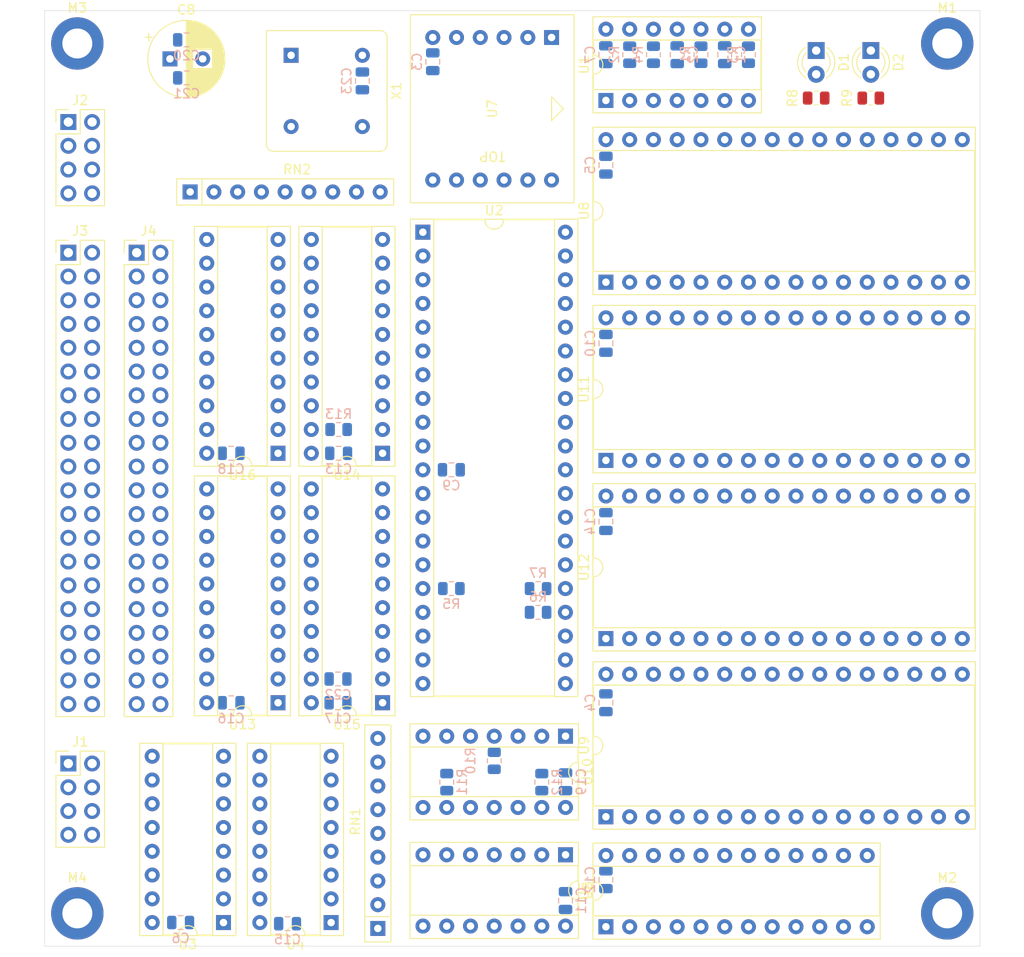
<source format=kicad_pcb>
(kicad_pcb (version 20171130) (host pcbnew "(5.1.9)-1")
  (layers (0 F.Cu signal) (31 B.Cu signal) (34 B.Paste user) (35 F.Paste user) (36 B.SilkS user) (37 F.SilkS user) (38 B.Mask user) (39 F.Mask user) (44 Edge.Cuts user))
  (net 0 "")
  (net 1 +5V)
  (net 2 F_A2)
  (net 3 GND)
  (net 4 F_A6)
  (net 5 F_A5)
  (net 6 F_A7)
  (net 7 ~WAIT~)
  (net 8 F_A3)
  (net 9 F_A4)
  (net 10 F_D2)
  (net 11 CLK)
  (net 12 F_D0)
  (net 13 F_A1)
  (net 14 F_D5)
  (net 15 F_A0)
  (net 16 F_D3)
  (net 17 F_D6)
  (net 18 ~INT~)
  (net 19 F_D1)
  (net 20 ~IN~)
  (net 21 F_D7)
  (net 22 F_A9)
  (net 23 F_D4)
  (net 24 ~READ~)
  (net 25 ~WRITE~)
  (net 26 ~INTAK~)
  (net 27 F_A8)
  (net 28 ~OUT~)
  (net 29 F_A11)
  (net 30 F_A14)
  (net 31 F_A15)
  (net 32 F_A12)
  (net 33 F_A13)
  (net 34 ~EXMEM~)
  (net 35 F_A10)
  (net 36 ~MREQ~)
  (net 37 ~SYSRES~)
  (net 38 S0)
  (net 39 S1)
  (net 40 S2)
  (net 41 S3)
  (net 42 S4)
  (net 43 RAM~ROM~)
  (net 44 D0)
  (net 45 D1)
  (net 46 D2)
  (net 47 D3)
  (net 48 D4)
  (net 49 D5)
  (net 50 D6)
  (net 51 D7)
  (net 52 "Net-(C2-Pad2)")
  (net 53 "Net-(U1-Pad1)")
  (net 54 "Net-(U1-Pad3)")
  (net 55 "Net-(C1-Pad2)")
  (net 56 ~BankSel~)
  (net 57 A10)
  (net 58 ~IORQ~)
  (net 59 A9)
  (net 60 A8)
  (net 61 "Net-(R8-Pad1)")
  (net 62 A7)
  (net 63 A6)
  (net 64 A5)
  (net 65 A4)
  (net 66 A3)
  (net 67 A2)
  (net 68 A1)
  (net 69 A0)
  (net 70 "Net-(U2-Pad28)")
  (net 71 M1)
  (net 72 A15)
  (net 73 A14)
  (net 74 A13)
  (net 75 ~WR~)
  (net 76 A12)
  (net 77 ~RD~)
  (net 78 A11)
  (net 79 ~DISP1~)
  (net 80 "Net-(X1-Pad1)")
  (net 81 ~F_WAIT~)
  (net 82 ~F_INT~)
  (net 83 ~F_IN~)
  (net 84 ~F_READ~)
  (net 85 ~F_INUSE~)
  (net 86 ~F_WRITE~)
  (net 87 ~F_INTAK~)
  (net 88 ~F_OUT~)
  (net 89 ~F_EXMEM~)
  (net 90 ~F_MREQ~)
  (net 91 ~F_SYSRES~)
  (net 92 "Net-(R7-Pad1)")
  (net 93 "Net-(D1-Pad1)")
  (net 94 "Net-(U2-Pad23)")
  (net 95 ~INUSE~)
  (net 96 MEMCHIP)
  (net 97 ~BUSBUF~)
  (net 98 ~ROM1~)
  (net 99 ~ROM0~)
  (net 100 ~RAM1~)
  (net 101 ~RAM0~)
  (net 102 "Net-(D2-Pad1)")
  (net 103 "Net-(J1-Pad7)")
  (net 104 "Net-(J1-Pad5)")
  (net 105 "Net-(J1-Pad2)")
  (net 106 "Net-(J1-Pad3)")
  (net 107 "Net-(J1-Pad1)")
  (net 108 "Net-(J2-Pad7)")
  (net 109 "Net-(J2-Pad5)")
  (module Capacitor_SMD:C_0805_2012Metric (layer B.Cu) (at 53.975 27.498 270)
    (fp_text reference C23 (at 0 1.68 90) (layer B.SilkS) (effects (justify mirror)))
    (fp_text value 100n)
    (pad 2 smd roundrect (at 0.95 0 270) (size 1 1.45) (layers B.Cu B.Paste B.Mask) (net 3 GND))
    (pad 1 smd roundrect (at -0.95 0 270) (size 1 1.45) (layers B.Cu B.Paste B.Mask) (net 1 +5V))
  )
  (module Capacitor_SMD:C_0805_2012Metric (layer B.Cu) (at 51.369 91.44)
    (fp_text reference C22 (at 0 1.68) (layer B.SilkS) (effects (justify mirror)))
    (fp_text value 100n)
    (pad 2 smd roundrect (at 0.95 0) (size 1 1.45) (layers B.Cu B.Paste B.Mask) (net 3 GND))
    (pad 1 smd roundrect (at -0.95 0) (size 1 1.45) (layers B.Cu B.Paste B.Mask) (net 1 +5V))
  )
  (module Capacitor_SMD:C_0805_2012Metric (layer B.Cu) (at 35.179 27.178)
    (fp_text reference C21 (at 0 1.68) (layer B.SilkS) (effects (justify mirror)))
    (fp_text value 100n)
    (pad 2 smd roundrect (at 0.95 0) (size 1 1.45) (layers B.Cu B.Paste B.Mask) (net 3 GND))
    (pad 1 smd roundrect (at -0.95 0) (size 1 1.45) (layers B.Cu B.Paste B.Mask) (net 1 +5V))
  )
  (module Capacitor_SMD:C_0805_2012Metric (layer B.Cu) (at 35.179 23.114)
    (fp_text reference C20 (at 0 1.68) (layer B.SilkS) (effects (justify mirror)))
    (fp_text value 100n)
    (pad 2 smd roundrect (at 0.95 0) (size 1 1.45) (layers B.Cu B.Paste B.Mask) (net 3 GND))
    (pad 1 smd roundrect (at -0.95 0) (size 1 1.45) (layers B.Cu B.Paste B.Mask) (net 1 +5V))
  )
  (module Capacitor_SMD:C_0805_2012Metric (layer B.Cu) (at 75.692 102.428 90)
    (fp_text reference C19 (at 0 1.68 90) (layer B.SilkS) (effects (justify mirror)))
    (fp_text value 100n)
    (pad 2 smd roundrect (at 0.95 0 90) (size 1 1.45) (layers B.Cu B.Paste B.Mask) (net 3 GND))
    (pad 1 smd roundrect (at -0.95 0 90) (size 1 1.45) (layers B.Cu B.Paste B.Mask) (net 1 +5V))
  )
  (module Capacitor_SMD:C_0805_2012Metric (layer B.Cu) (at 39.939 67.31)
    (fp_text reference C18 (at 0 1.68) (layer B.SilkS) (effects (justify mirror)))
    (fp_text value 100n)
    (pad 2 smd roundrect (at 0.95 0) (size 1 1.45) (layers B.Cu B.Paste B.Mask) (net 3 GND))
    (pad 1 smd roundrect (at -0.95 0) (size 1 1.45) (layers B.Cu B.Paste B.Mask) (net 1 +5V))
  )
  (module Capacitor_SMD:C_0805_2012Metric (layer B.Cu) (at 51.369 93.98)
    (fp_text reference C17 (at 0 1.68) (layer B.SilkS) (effects (justify mirror)))
    (fp_text value 100n)
    (pad 2 smd roundrect (at 0.95 0) (size 1 1.45) (layers B.Cu B.Paste B.Mask) (net 3 GND))
    (pad 1 smd roundrect (at -0.95 0) (size 1 1.45) (layers B.Cu B.Paste B.Mask) (net 1 +5V))
  )
  (module Capacitor_SMD:C_0805_2012Metric (layer B.Cu) (at 39.939 93.98)
    (fp_text reference C16 (at 0 1.68) (layer B.SilkS) (effects (justify mirror)))
    (fp_text value 100n)
    (pad 2 smd roundrect (at 0.95 0) (size 1 1.45) (layers B.Cu B.Paste B.Mask) (net 3 GND))
    (pad 1 smd roundrect (at -0.95 0) (size 1 1.45) (layers B.Cu B.Paste B.Mask) (net 1 +5V))
  )
  (module Capacitor_SMD:C_0805_2012Metric (layer B.Cu) (at 45.974 117.602)
    (fp_text reference C15 (at 0 1.68) (layer B.SilkS) (effects (justify mirror)))
    (fp_text value 100n)
    (pad 2 smd roundrect (at 0.95 0) (size 1 1.45) (layers B.Cu B.Paste B.Mask) (net 3 GND))
    (pad 1 smd roundrect (at -0.95 0) (size 1 1.45) (layers B.Cu B.Paste B.Mask) (net 1 +5V))
  )
  (module Capacitor_SMD:C_0805_2012Metric (layer B.Cu) (at 80.01 74.61 270)
    (fp_text reference C14 (at 0 1.68 90) (layer B.SilkS) (effects (justify mirror)))
    (fp_text value 100n)
    (pad 2 smd roundrect (at 0.95 0 270) (size 1 1.45) (layers B.Cu B.Paste B.Mask) (net 3 GND))
    (pad 1 smd roundrect (at -0.95 0 270) (size 1 1.45) (layers B.Cu B.Paste B.Mask) (net 1 +5V))
  )
  (module Capacitor_SMD:C_0805_2012Metric (layer B.Cu) (at 51.435 67.31)
    (fp_text reference C13 (at 0 1.68) (layer B.SilkS) (effects (justify mirror)))
    (fp_text value 100n)
    (pad 2 smd roundrect (at 0.95 0) (size 1 1.45) (layers B.Cu B.Paste B.Mask) (net 3 GND))
    (pad 1 smd roundrect (at -0.95 0) (size 1 1.45) (layers B.Cu B.Paste B.Mask) (net 1 +5V))
  )
  (module Capacitor_SMD:C_0805_2012Metric (layer B.Cu) (at 80.01 112.903 270)
    (fp_text reference C12 (at 0 1.68 90) (layer B.SilkS) (effects (justify mirror)))
    (fp_text value 100n)
    (pad 2 smd roundrect (at 0.95 0 270) (size 1 1.45) (layers B.Cu B.Paste B.Mask) (net 3 GND))
    (pad 1 smd roundrect (at -0.95 0 270) (size 1 1.45) (layers B.Cu B.Paste B.Mask) (net 1 +5V))
  )
  (module Capacitor_SMD:C_0805_2012Metric (layer B.Cu) (at 75.692 115.128 90)
    (fp_text reference C11 (at 0 1.68 90) (layer B.SilkS) (effects (justify mirror)))
    (fp_text value 100n)
    (pad 2 smd roundrect (at 0.95 0 90) (size 1 1.45) (layers B.Cu B.Paste B.Mask) (net 3 GND))
    (pad 1 smd roundrect (at -0.95 0 90) (size 1 1.45) (layers B.Cu B.Paste B.Mask) (net 1 +5V))
  )
  (module Capacitor_SMD:C_0805_2012Metric (layer B.Cu) (at 80.01 55.56 270)
    (fp_text reference C10 (at 0 1.68 90) (layer B.SilkS) (effects (justify mirror)))
    (fp_text value 100n)
    (pad 2 smd roundrect (at 0.95 0 270) (size 1 1.45) (layers B.Cu B.Paste B.Mask) (net 3 GND))
    (pad 1 smd roundrect (at -0.95 0 270) (size 1 1.45) (layers B.Cu B.Paste B.Mask) (net 1 +5V))
  )
  (module Capacitor_SMD:C_0805_2012Metric (layer B.Cu) (at 63.4873 69.0753)
    (fp_text reference C9 (at 0 1.68) (layer B.SilkS) (effects (justify mirror)))
    (fp_text value 100n)
    (pad 2 smd roundrect (at 0.95 0) (size 1 1.45) (layers B.Cu B.Paste B.Mask) (net 3 GND))
    (pad 1 smd roundrect (at -0.95 0) (size 1 1.45) (layers B.Cu B.Paste B.Mask) (net 1 +5V))
  )
  (module Capacitor_THT:CP_Radial_D8.0mm_P3.50mm (layer F.Cu) (at 33.401 25.146)
    (fp_text reference C8 (at 1.75 -5.25) (layer F.SilkS))
    (fp_text value 470uF)
    (pad 2 thru_hole circle (at 3.5 0) (size 1.6 1.6) (drill 0.8) (layers *.Cu *.Mask) (net 3 GND))
    (pad 1 thru_hole rect (at 0 0) (size 1.6 1.6) (drill 0.8) (layers *.Cu *.Mask) (net 1 +5V))
  )
  (module Package_DIP:DIP-14_W7.62mm_Socket (layer F.Cu) (at 75.692 97.558 270)
    (fp_text reference U10 (at 3.81 -2.33 90) (layer F.SilkS))
    (fp_text value 74LS32)
    (pad 14 thru_hole oval (at 7.62 0 270) (size 1.6 1.6) (drill 0.8) (layers *.Cu *.Mask) (net 1 +5V))
    (pad 7 thru_hole oval (at 0 15.24 270) (size 1.6 1.6) (drill 0.8) (layers *.Cu *.Mask) (net 3 GND))
    (pad 13 thru_hole oval (at 7.62 2.54 270) (size 1.6 1.6) (drill 0.8) (layers *.Cu *.Mask) (net 81 ~F_WAIT~))
    (pad 6 thru_hole oval (at 0 12.7 270) (size 1.6 1.6) (drill 0.8) (layers *.Cu *.Mask) (net 95 ~INUSE~))
    (pad 12 thru_hole oval (at 7.62 5.08 270) (size 1.6 1.6) (drill 0.8) (layers *.Cu *.Mask) (net 81 ~F_WAIT~))
    (pad 5 thru_hole oval (at 0 10.16 270) (size 1.6 1.6) (drill 0.8) (layers *.Cu *.Mask) (net 85 ~F_INUSE~))
    (pad 11 thru_hole oval (at 7.62 7.62 270) (size 1.6 1.6) (drill 0.8) (layers *.Cu *.Mask) (net 7 ~WAIT~))
    (pad 4 thru_hole oval (at 0 7.62 270) (size 1.6 1.6) (drill 0.8) (layers *.Cu *.Mask) (net 85 ~F_INUSE~))
    (pad 10 thru_hole oval (at 7.62 10.16 270) (size 1.6 1.6) (drill 0.8) (layers *.Cu *.Mask) (net 82 ~F_INT~))
    (pad 3 thru_hole oval (at 0 5.08 270) (size 1.6 1.6) (drill 0.8) (layers *.Cu *.Mask) (net 26 ~INTAK~))
    (pad 9 thru_hole oval (at 7.62 12.7 270) (size 1.6 1.6) (drill 0.8) (layers *.Cu *.Mask) (net 82 ~F_INT~))
    (pad 2 thru_hole oval (at 0 2.54 270) (size 1.6 1.6) (drill 0.8) (layers *.Cu *.Mask) (net 58 ~IORQ~))
    (pad 8 thru_hole oval (at 7.62 15.24 270) (size 1.6 1.6) (drill 0.8) (layers *.Cu *.Mask) (net 18 ~INT~))
    (pad 1 thru_hole rect (at 0 0 270) (size 1.6 1.6) (drill 0.8) (layers *.Cu *.Mask) (net 71 M1))
  )
  (module Package_DIP:DIP-14_W7.62mm_Socket (layer F.Cu) (at 75.692 110.236 270)
    (fp_text reference U6 (at 3.81 -2.33 90) (layer F.SilkS))
    (fp_text value 74LS32)
    (pad 14 thru_hole oval (at 7.62 0 270) (size 1.6 1.6) (drill 0.8) (layers *.Cu *.Mask) (net 1 +5V))
    (pad 7 thru_hole oval (at 0 15.24 270) (size 1.6 1.6) (drill 0.8) (layers *.Cu *.Mask) (net 3 GND))
    (pad 13 thru_hole oval (at 7.62 2.54 270) (size 1.6 1.6) (drill 0.8) (layers *.Cu *.Mask) (net 58 ~IORQ~))
    (pad 6 thru_hole oval (at 0 12.7 270) (size 1.6 1.6) (drill 0.8) (layers *.Cu *.Mask) (net 25 ~WRITE~))
    (pad 12 thru_hole oval (at 7.62 5.08 270) (size 1.6 1.6) (drill 0.8) (layers *.Cu *.Mask) (net 75 ~WR~))
    (pad 5 thru_hole oval (at 0 10.16 270) (size 1.6 1.6) (drill 0.8) (layers *.Cu *.Mask) (net 36 ~MREQ~))
    (pad 11 thru_hole oval (at 7.62 7.62 270) (size 1.6 1.6) (drill 0.8) (layers *.Cu *.Mask) (net 28 ~OUT~))
    (pad 4 thru_hole oval (at 0 7.62 270) (size 1.6 1.6) (drill 0.8) (layers *.Cu *.Mask) (net 75 ~WR~))
    (pad 10 thru_hole oval (at 7.62 10.16 270) (size 1.6 1.6) (drill 0.8) (layers *.Cu *.Mask) (net 58 ~IORQ~))
    (pad 3 thru_hole oval (at 0 5.08 270) (size 1.6 1.6) (drill 0.8) (layers *.Cu *.Mask) (net 24 ~READ~))
    (pad 9 thru_hole oval (at 7.62 12.7 270) (size 1.6 1.6) (drill 0.8) (layers *.Cu *.Mask) (net 77 ~RD~))
    (pad 2 thru_hole oval (at 0 2.54 270) (size 1.6 1.6) (drill 0.8) (layers *.Cu *.Mask) (net 36 ~MREQ~))
    (pad 8 thru_hole oval (at 7.62 15.24 270) (size 1.6 1.6) (drill 0.8) (layers *.Cu *.Mask) (net 20 ~IN~))
    (pad 1 thru_hole rect (at 0 0 270) (size 1.6 1.6) (drill 0.8) (layers *.Cu *.Mask) (net 77 ~RD~))
  )
  (module Package_DIP:DIP-14_W7.62mm_Socket (layer F.Cu) (at 80.01 29.591 90)
    (fp_text reference U1 (at 3.81 -2.33 90) (layer F.SilkS))
    (fp_text value 74LS132)
    (pad 14 thru_hole oval (at 7.62 0 90) (size 1.6 1.6) (drill 0.8) (layers *.Cu *.Mask) (net 1 +5V))
    (pad 7 thru_hole oval (at 0 15.24 90) (size 1.6 1.6) (drill 0.8) (layers *.Cu *.Mask) (net 3 GND))
    (pad 13 thru_hole oval (at 7.62 2.54 90) (size 1.6 1.6) (drill 0.8) (layers *.Cu *.Mask) (net 52 "Net-(C2-Pad2)"))
    (pad 6 thru_hole oval (at 0 12.7 90) (size 1.6 1.6) (drill 0.8) (layers *.Cu *.Mask) (net 53 "Net-(U1-Pad1)"))
    (pad 12 thru_hole oval (at 7.62 5.08 90) (size 1.6 1.6) (drill 0.8) (layers *.Cu *.Mask) (net 52 "Net-(C2-Pad2)"))
    (pad 5 thru_hole oval (at 0 10.16 90) (size 1.6 1.6) (drill 0.8) (layers *.Cu *.Mask) (net 37 ~SYSRES~))
    (pad 11 thru_hole oval (at 7.62 7.62 90) (size 1.6 1.6) (drill 0.8) (layers *.Cu *.Mask) (net 37 ~SYSRES~))
    (pad 4 thru_hole oval (at 0 7.62 90) (size 1.6 1.6) (drill 0.8) (layers *.Cu *.Mask) (net 54 "Net-(U1-Pad3)"))
    (pad 10 thru_hole oval (at 7.62 10.16 90) (size 1.6 1.6) (drill 0.8) (layers *.Cu *.Mask) (net 55 "Net-(C1-Pad2)"))
    (pad 3 thru_hole oval (at 0 5.08 90) (size 1.6 1.6) (drill 0.8) (layers *.Cu *.Mask) (net 54 "Net-(U1-Pad3)"))
    (pad 9 thru_hole oval (at 7.62 12.7 90) (size 1.6 1.6) (drill 0.8) (layers *.Cu *.Mask) (net 55 "Net-(C1-Pad2)"))
    (pad 2 thru_hole oval (at 0 2.54 90) (size 1.6 1.6) (drill 0.8) (layers *.Cu *.Mask) (net 56 ~BankSel~))
    (pad 8 thru_hole oval (at 7.62 15.24 90) (size 1.6 1.6) (drill 0.8) (layers *.Cu *.Mask) (net 104 "Net-(J1-Pad5)"))
    (pad 1 thru_hole rect (at 0 0 90) (size 1.6 1.6) (drill 0.8) (layers *.Cu *.Mask) (net 53 "Net-(U1-Pad1)"))
  )
  (module Package_DIP:DIP-24_W7.62mm_Socket (layer F.Cu) (at 80.01 117.93 90)
    (fp_text reference U5 (at 3.81 -2.33 90) (layer F.SilkS))
    (fp_text value ATF22V10C)
    (pad 24 thru_hole oval (at 7.62 0 90) (size 1.6 1.6) (drill 0.8) (layers *.Cu *.Mask) (net 1 +5V))
    (pad 12 thru_hole oval (at 0 27.94 90) (size 1.6 1.6) (drill 0.8) (layers *.Cu *.Mask) (net 3 GND))
    (pad 23 thru_hole oval (at 7.62 2.54 90) (size 1.6 1.6) (drill 0.8) (layers *.Cu *.Mask) (net 58 ~IORQ~))
    (pad 11 thru_hole oval (at 0 25.4 90) (size 1.6 1.6) (drill 0.8) (layers *.Cu *.Mask) (net 77 ~RD~))
    (pad 22 thru_hole oval (at 7.62 5.08 90) (size 1.6 1.6) (drill 0.8) (layers *.Cu *.Mask) (net 97 ~BUSBUF~))
    (pad 10 thru_hole oval (at 0 22.86 90) (size 1.6 1.6) (drill 0.8) (layers *.Cu *.Mask) (net 69 A0))
    (pad 21 thru_hole oval (at 7.62 7.62 90) (size 1.6 1.6) (drill 0.8) (layers *.Cu *.Mask) (net 79 ~DISP1~))
    (pad 9 thru_hole oval (at 0 20.32 90) (size 1.6 1.6) (drill 0.8) (layers *.Cu *.Mask) (net 68 A1))
    (pad 20 thru_hole oval (at 7.62 10.16 90) (size 1.6 1.6) (drill 0.8) (layers *.Cu *.Mask) (net 98 ~ROM1~))
    (pad 8 thru_hole oval (at 0 17.78 90) (size 1.6 1.6) (drill 0.8) (layers *.Cu *.Mask) (net 67 A2))
    (pad 19 thru_hole oval (at 7.62 12.7 90) (size 1.6 1.6) (drill 0.8) (layers *.Cu *.Mask) (net 99 ~ROM0~))
    (pad 7 thru_hole oval (at 0 15.24 90) (size 1.6 1.6) (drill 0.8) (layers *.Cu *.Mask) (net 66 A3))
    (pad 18 thru_hole oval (at 7.62 15.24 90) (size 1.6 1.6) (drill 0.8) (layers *.Cu *.Mask) (net 100 ~RAM1~))
    (pad 6 thru_hole oval (at 0 12.7 90) (size 1.6 1.6) (drill 0.8) (layers *.Cu *.Mask) (net 65 A4))
    (pad 17 thru_hole oval (at 7.62 17.78 90) (size 1.6 1.6) (drill 0.8) (layers *.Cu *.Mask) (net 101 ~RAM0~))
    (pad 5 thru_hole oval (at 0 10.16 90) (size 1.6 1.6) (drill 0.8) (layers *.Cu *.Mask) (net 64 A5))
    (pad 16 thru_hole oval (at 7.62 20.32 90) (size 1.6 1.6) (drill 0.8) (layers *.Cu *.Mask) (net 56 ~BankSel~))
    (pad 4 thru_hole oval (at 0 7.62 90) (size 1.6 1.6) (drill 0.8) (layers *.Cu *.Mask) (net 63 A6))
    (pad 15 thru_hole oval (at 7.62 22.86 90) (size 1.6 1.6) (drill 0.8) (layers *.Cu *.Mask) (net 43 RAM~ROM~))
    (pad 3 thru_hole oval (at 0 5.08 90) (size 1.6 1.6) (drill 0.8) (layers *.Cu *.Mask) (net 62 A7))
    (pad 14 thru_hole oval (at 7.62 25.4 90) (size 1.6 1.6) (drill 0.8) (layers *.Cu *.Mask) (net 96 MEMCHIP))
    (pad 2 thru_hole oval (at 0 2.54 90) (size 1.6 1.6) (drill 0.8) (layers *.Cu *.Mask) (net 36 ~MREQ~))
    (pad 13 thru_hole oval (at 7.62 27.94 90) (size 1.6 1.6) (drill 0.8) (layers *.Cu *.Mask) (net 95 ~INUSE~))
    (pad 1 thru_hole rect (at 0 0 90) (size 1.6 1.6) (drill 0.8) (layers *.Cu *.Mask) (net 28 ~OUT~))
  )
  (module Package_DIP:DIP-16_W7.62mm_Socket (layer F.Cu) (at 50.631 117.482 180)
    (fp_text reference U4 (at 3.81 -2.33) (layer F.SilkS))
    (fp_text value 74HC670)
    (pad 16 thru_hole oval (at 7.62 0 180) (size 1.6 1.6) (drill 0.8) (layers *.Cu *.Mask) (net 1 +5V))
    (pad 8 thru_hole oval (at 0 17.78 180) (size 1.6 1.6) (drill 0.8) (layers *.Cu *.Mask) (net 3 GND))
    (pad 15 thru_hole oval (at 7.62 2.54 180) (size 1.6 1.6) (drill 0.8) (layers *.Cu *.Mask) (net 48 D4))
    (pad 7 thru_hole oval (at 0 15.24 180) (size 1.6 1.6) (drill 0.8) (layers *.Cu *.Mask) (net 43 RAM~ROM~))
    (pad 14 thru_hole oval (at 7.62 5.08 180) (size 1.6 1.6) (drill 0.8) (layers *.Cu *.Mask) (net 69 A0))
    (pad 6 thru_hole oval (at 0 12.7 180) (size 1.6 1.6) (drill 0.8) (layers *.Cu *.Mask) (net 34 ~EXMEM~))
    (pad 13 thru_hole oval (at 7.62 7.62 180) (size 1.6 1.6) (drill 0.8) (layers *.Cu *.Mask) (net 68 A1))
    (pad 5 thru_hole oval (at 0 10.16 180) (size 1.6 1.6) (drill 0.8) (layers *.Cu *.Mask) (net 73 A14))
    (pad 12 thru_hole oval (at 7.62 10.16 180) (size 1.6 1.6) (drill 0.8) (layers *.Cu *.Mask) (net 56 ~BankSel~))
    (pad 4 thru_hole oval (at 0 7.62 180) (size 1.6 1.6) (drill 0.8) (layers *.Cu *.Mask) (net 72 A15))
    (pad 11 thru_hole oval (at 7.62 12.7 180) (size 1.6 1.6) (drill 0.8) (layers *.Cu *.Mask) (net 53 "Net-(U1-Pad1)"))
    (pad 3 thru_hole oval (at 0 5.08 180) (size 1.6 1.6) (drill 0.8) (layers *.Cu *.Mask) (net 51 D7))
    (pad 10 thru_hole oval (at 7.62 15.24 180) (size 1.6 1.6) (drill 0.8) (layers *.Cu *.Mask) (net 42 S4))
    (pad 2 thru_hole oval (at 0 2.54 180) (size 1.6 1.6) (drill 0.8) (layers *.Cu *.Mask) (net 50 D6))
    (pad 9 thru_hole oval (at 7.62 17.78 180) (size 1.6 1.6) (drill 0.8) (layers *.Cu *.Mask) (net 96 MEMCHIP))
    (pad 1 thru_hole rect (at 0 0 180) (size 1.6 1.6) (drill 0.8) (layers *.Cu *.Mask) (net 49 D5))
  )
  (module Package_DIP:DIP-16_W7.62mm_Socket (layer F.Cu) (at 39.123 117.482 180)
    (fp_text reference U3 (at 3.81 -2.33) (layer F.SilkS))
    (fp_text value 74HC670)
    (pad 16 thru_hole oval (at 7.62 0 180) (size 1.6 1.6) (drill 0.8) (layers *.Cu *.Mask) (net 1 +5V))
    (pad 8 thru_hole oval (at 0 17.78 180) (size 1.6 1.6) (drill 0.8) (layers *.Cu *.Mask) (net 3 GND))
    (pad 15 thru_hole oval (at 7.62 2.54 180) (size 1.6 1.6) (drill 0.8) (layers *.Cu *.Mask) (net 44 D0))
    (pad 7 thru_hole oval (at 0 15.24 180) (size 1.6 1.6) (drill 0.8) (layers *.Cu *.Mask) (net 40 S2))
    (pad 14 thru_hole oval (at 7.62 5.08 180) (size 1.6 1.6) (drill 0.8) (layers *.Cu *.Mask) (net 69 A0))
    (pad 6 thru_hole oval (at 0 12.7 180) (size 1.6 1.6) (drill 0.8) (layers *.Cu *.Mask) (net 41 S3))
    (pad 13 thru_hole oval (at 7.62 7.62 180) (size 1.6 1.6) (drill 0.8) (layers *.Cu *.Mask) (net 68 A1))
    (pad 5 thru_hole oval (at 0 10.16 180) (size 1.6 1.6) (drill 0.8) (layers *.Cu *.Mask) (net 73 A14))
    (pad 12 thru_hole oval (at 7.62 10.16 180) (size 1.6 1.6) (drill 0.8) (layers *.Cu *.Mask) (net 56 ~BankSel~))
    (pad 4 thru_hole oval (at 0 7.62 180) (size 1.6 1.6) (drill 0.8) (layers *.Cu *.Mask) (net 72 A15))
    (pad 11 thru_hole oval (at 7.62 12.7 180) (size 1.6 1.6) (drill 0.8) (layers *.Cu *.Mask) (net 53 "Net-(U1-Pad1)"))
    (pad 3 thru_hole oval (at 0 5.08 180) (size 1.6 1.6) (drill 0.8) (layers *.Cu *.Mask) (net 47 D3))
    (pad 10 thru_hole oval (at 7.62 15.24 180) (size 1.6 1.6) (drill 0.8) (layers *.Cu *.Mask) (net 38 S0))
    (pad 2 thru_hole oval (at 0 2.54 180) (size 1.6 1.6) (drill 0.8) (layers *.Cu *.Mask) (net 46 D2))
    (pad 9 thru_hole oval (at 7.62 17.78 180) (size 1.6 1.6) (drill 0.8) (layers *.Cu *.Mask) (net 39 S1))
    (pad 1 thru_hole rect (at 0 0 180) (size 1.6 1.6) (drill 0.8) (layers *.Cu *.Mask) (net 45 D1))
  )
  (module Package_DIP:DIP-40_W15.24mm_Socket (layer F.Cu) (at 60.4393 43.6753)
    (fp_text reference U2 (at 7.62 -2.33) (layer F.SilkS))
    (fp_text value Z80CPU)
    (pad 40 thru_hole oval (at 15.24 0) (size 1.6 1.6) (drill 0.8) (layers *.Cu *.Mask) (net 57 A10))
    (pad 20 thru_hole oval (at 0 48.26) (size 1.6 1.6) (drill 0.8) (layers *.Cu *.Mask) (net 58 ~IORQ~))
    (pad 39 thru_hole oval (at 15.24 2.54) (size 1.6 1.6) (drill 0.8) (layers *.Cu *.Mask) (net 59 A9))
    (pad 19 thru_hole oval (at 0 45.72) (size 1.6 1.6) (drill 0.8) (layers *.Cu *.Mask) (net 36 ~MREQ~))
    (pad 38 thru_hole oval (at 15.24 5.08) (size 1.6 1.6) (drill 0.8) (layers *.Cu *.Mask) (net 60 A8))
    (pad 18 thru_hole oval (at 0 43.18) (size 1.6 1.6) (drill 0.8) (layers *.Cu *.Mask) (net 61 "Net-(R8-Pad1)"))
    (pad 37 thru_hole oval (at 15.24 7.62) (size 1.6 1.6) (drill 0.8) (layers *.Cu *.Mask) (net 62 A7))
    (pad 17 thru_hole oval (at 0 40.64) (size 1.6 1.6) (drill 0.8) (layers *.Cu *.Mask) (net 104 "Net-(J1-Pad5)"))
    (pad 36 thru_hole oval (at 15.24 10.16) (size 1.6 1.6) (drill 0.8) (layers *.Cu *.Mask) (net 63 A6))
    (pad 16 thru_hole oval (at 0 38.1) (size 1.6 1.6) (drill 0.8) (layers *.Cu *.Mask) (net 18 ~INT~))
    (pad 35 thru_hole oval (at 15.24 12.7) (size 1.6 1.6) (drill 0.8) (layers *.Cu *.Mask) (net 64 A5))
    (pad 15 thru_hole oval (at 0 35.56) (size 1.6 1.6) (drill 0.8) (layers *.Cu *.Mask) (net 45 D1))
    (pad 34 thru_hole oval (at 15.24 15.24) (size 1.6 1.6) (drill 0.8) (layers *.Cu *.Mask) (net 65 A4))
    (pad 14 thru_hole oval (at 0 33.02) (size 1.6 1.6) (drill 0.8) (layers *.Cu *.Mask) (net 44 D0))
    (pad 33 thru_hole oval (at 15.24 17.78) (size 1.6 1.6) (drill 0.8) (layers *.Cu *.Mask) (net 66 A3))
    (pad 13 thru_hole oval (at 0 30.48) (size 1.6 1.6) (drill 0.8) (layers *.Cu *.Mask) (net 51 D7))
    (pad 32 thru_hole oval (at 15.24 20.32) (size 1.6 1.6) (drill 0.8) (layers *.Cu *.Mask) (net 67 A2))
    (pad 12 thru_hole oval (at 0 27.94) (size 1.6 1.6) (drill 0.8) (layers *.Cu *.Mask) (net 46 D2))
    (pad 31 thru_hole oval (at 15.24 22.86) (size 1.6 1.6) (drill 0.8) (layers *.Cu *.Mask) (net 68 A1))
    (pad 11 thru_hole oval (at 0 25.4) (size 1.6 1.6) (drill 0.8) (layers *.Cu *.Mask) (net 1 +5V))
    (pad 30 thru_hole oval (at 15.24 25.4) (size 1.6 1.6) (drill 0.8) (layers *.Cu *.Mask) (net 69 A0))
    (pad 10 thru_hole oval (at 0 22.86) (size 1.6 1.6) (drill 0.8) (layers *.Cu *.Mask) (net 50 D6))
    (pad 29 thru_hole oval (at 15.24 27.94) (size 1.6 1.6) (drill 0.8) (layers *.Cu *.Mask) (net 3 GND))
    (pad 9 thru_hole oval (at 0 20.32) (size 1.6 1.6) (drill 0.8) (layers *.Cu *.Mask) (net 49 D5))
    (pad 28 thru_hole oval (at 15.24 30.48) (size 1.6 1.6) (drill 0.8) (layers *.Cu *.Mask) (net 70 "Net-(U2-Pad28)"))
    (pad 8 thru_hole oval (at 0 17.78) (size 1.6 1.6) (drill 0.8) (layers *.Cu *.Mask) (net 47 D3))
    (pad 27 thru_hole oval (at 15.24 33.02) (size 1.6 1.6) (drill 0.8) (layers *.Cu *.Mask) (net 71 M1))
    (pad 7 thru_hole oval (at 0 15.24) (size 1.6 1.6) (drill 0.8) (layers *.Cu *.Mask) (net 48 D4))
    (pad 26 thru_hole oval (at 15.24 35.56) (size 1.6 1.6) (drill 0.8) (layers *.Cu *.Mask) (net 37 ~SYSRES~))
    (pad 6 thru_hole oval (at 0 12.7) (size 1.6 1.6) (drill 0.8) (layers *.Cu *.Mask) (net 11 CLK))
    (pad 25 thru_hole oval (at 15.24 38.1) (size 1.6 1.6) (drill 0.8) (layers *.Cu *.Mask) (net 92 "Net-(R7-Pad1)"))
    (pad 5 thru_hole oval (at 0 10.16) (size 1.6 1.6) (drill 0.8) (layers *.Cu *.Mask) (net 72 A15))
    (pad 24 thru_hole oval (at 15.24 40.64) (size 1.6 1.6) (drill 0.8) (layers *.Cu *.Mask) (net 7 ~WAIT~))
    (pad 4 thru_hole oval (at 0 7.62) (size 1.6 1.6) (drill 0.8) (layers *.Cu *.Mask) (net 73 A14))
    (pad 23 thru_hole oval (at 15.24 43.18) (size 1.6 1.6) (drill 0.8) (layers *.Cu *.Mask) (net 94 "Net-(U2-Pad23)"))
    (pad 3 thru_hole oval (at 0 5.08) (size 1.6 1.6) (drill 0.8) (layers *.Cu *.Mask) (net 74 A13))
    (pad 22 thru_hole oval (at 15.24 45.72) (size 1.6 1.6) (drill 0.8) (layers *.Cu *.Mask) (net 75 ~WR~))
    (pad 2 thru_hole oval (at 0 2.54) (size 1.6 1.6) (drill 0.8) (layers *.Cu *.Mask) (net 76 A12))
    (pad 21 thru_hole oval (at 15.24 48.26) (size 1.6 1.6) (drill 0.8) (layers *.Cu *.Mask) (net 77 ~RD~))
    (pad 1 thru_hole rect (at 0 0) (size 1.6 1.6) (drill 0.8) (layers *.Cu *.Mask) (net 78 A11))
  )
  (module Package_DIP:DIP-32_W15.24mm_Socket (layer F.Cu) (at 80.01 87.122 90)
    (fp_text reference U12 (at 7.62 -2.33 90) (layer F.SilkS))
    (fp_text value AS6C4008)
    (pad 32 thru_hole oval (at 15.24 0 90) (size 1.6 1.6) (drill 0.8) (layers *.Cu *.Mask) (net 1 +5V))
    (pad 16 thru_hole oval (at 0 38.1 90) (size 1.6 1.6) (drill 0.8) (layers *.Cu *.Mask) (net 3 GND))
    (pad 31 thru_hole oval (at 15.24 2.54 90) (size 1.6 1.6) (drill 0.8) (layers *.Cu *.Mask) (net 39 S1))
    (pad 15 thru_hole oval (at 0 35.56 90) (size 1.6 1.6) (drill 0.8) (layers *.Cu *.Mask) (net 46 D2))
    (pad 30 thru_hole oval (at 15.24 5.08 90) (size 1.6 1.6) (drill 0.8) (layers *.Cu *.Mask) (net 41 S3))
    (pad 14 thru_hole oval (at 0 33.02 90) (size 1.6 1.6) (drill 0.8) (layers *.Cu *.Mask) (net 45 D1))
    (pad 29 thru_hole oval (at 15.24 7.62 90) (size 1.6 1.6) (drill 0.8) (layers *.Cu *.Mask) (net 25 ~WRITE~))
    (pad 13 thru_hole oval (at 0 30.48 90) (size 1.6 1.6) (drill 0.8) (layers *.Cu *.Mask) (net 44 D0))
    (pad 28 thru_hole oval (at 15.24 10.16 90) (size 1.6 1.6) (drill 0.8) (layers *.Cu *.Mask) (net 74 A13))
    (pad 12 thru_hole oval (at 0 27.94 90) (size 1.6 1.6) (drill 0.8) (layers *.Cu *.Mask) (net 69 A0))
    (pad 27 thru_hole oval (at 15.24 12.7 90) (size 1.6 1.6) (drill 0.8) (layers *.Cu *.Mask) (net 60 A8))
    (pad 11 thru_hole oval (at 0 25.4 90) (size 1.6 1.6) (drill 0.8) (layers *.Cu *.Mask) (net 68 A1))
    (pad 26 thru_hole oval (at 15.24 15.24 90) (size 1.6 1.6) (drill 0.8) (layers *.Cu *.Mask) (net 59 A9))
    (pad 10 thru_hole oval (at 0 22.86 90) (size 1.6 1.6) (drill 0.8) (layers *.Cu *.Mask) (net 67 A2))
    (pad 25 thru_hole oval (at 15.24 17.78 90) (size 1.6 1.6) (drill 0.8) (layers *.Cu *.Mask) (net 78 A11))
    (pad 9 thru_hole oval (at 0 20.32 90) (size 1.6 1.6) (drill 0.8) (layers *.Cu *.Mask) (net 66 A3))
    (pad 24 thru_hole oval (at 15.24 20.32 90) (size 1.6 1.6) (drill 0.8) (layers *.Cu *.Mask) (net 24 ~READ~))
    (pad 8 thru_hole oval (at 0 17.78 90) (size 1.6 1.6) (drill 0.8) (layers *.Cu *.Mask) (net 65 A4))
    (pad 23 thru_hole oval (at 15.24 22.86 90) (size 1.6 1.6) (drill 0.8) (layers *.Cu *.Mask) (net 57 A10))
    (pad 7 thru_hole oval (at 0 15.24 90) (size 1.6 1.6) (drill 0.8) (layers *.Cu *.Mask) (net 64 A5))
    (pad 22 thru_hole oval (at 15.24 25.4 90) (size 1.6 1.6) (drill 0.8) (layers *.Cu *.Mask) (net 101 ~RAM0~))
    (pad 6 thru_hole oval (at 0 12.7 90) (size 1.6 1.6) (drill 0.8) (layers *.Cu *.Mask) (net 63 A6))
    (pad 21 thru_hole oval (at 15.24 27.94 90) (size 1.6 1.6) (drill 0.8) (layers *.Cu *.Mask) (net 51 D7))
    (pad 5 thru_hole oval (at 0 10.16 90) (size 1.6 1.6) (drill 0.8) (layers *.Cu *.Mask) (net 62 A7))
    (pad 20 thru_hole oval (at 15.24 30.48 90) (size 1.6 1.6) (drill 0.8) (layers *.Cu *.Mask) (net 50 D6))
    (pad 4 thru_hole oval (at 0 7.62 90) (size 1.6 1.6) (drill 0.8) (layers *.Cu *.Mask) (net 76 A12))
    (pad 19 thru_hole oval (at 15.24 33.02 90) (size 1.6 1.6) (drill 0.8) (layers *.Cu *.Mask) (net 49 D5))
    (pad 3 thru_hole oval (at 0 5.08 90) (size 1.6 1.6) (drill 0.8) (layers *.Cu *.Mask) (net 38 S0))
    (pad 18 thru_hole oval (at 15.24 35.56 90) (size 1.6 1.6) (drill 0.8) (layers *.Cu *.Mask) (net 48 D4))
    (pad 2 thru_hole oval (at 0 2.54 90) (size 1.6 1.6) (drill 0.8) (layers *.Cu *.Mask) (net 40 S2))
    (pad 17 thru_hole oval (at 15.24 38.1 90) (size 1.6 1.6) (drill 0.8) (layers *.Cu *.Mask) (net 47 D3))
    (pad 1 thru_hole rect (at 0 0 90) (size 1.6 1.6) (drill 0.8) (layers *.Cu *.Mask) (net 42 S4))
  )
  (module Package_DIP:DIP-32_W15.24mm_Socket (layer F.Cu) (at 80.01 68.072 90)
    (fp_text reference U11 (at 7.62 -2.33 90) (layer F.SilkS))
    (fp_text value SST39SF040)
    (pad 32 thru_hole oval (at 15.24 0 90) (size 1.6 1.6) (drill 0.8) (layers *.Cu *.Mask) (net 1 +5V))
    (pad 16 thru_hole oval (at 0 38.1 90) (size 1.6 1.6) (drill 0.8) (layers *.Cu *.Mask) (net 3 GND))
    (pad 31 thru_hole oval (at 15.24 2.54 90) (size 1.6 1.6) (drill 0.8) (layers *.Cu *.Mask) (net 1 +5V))
    (pad 15 thru_hole oval (at 0 35.56 90) (size 1.6 1.6) (drill 0.8) (layers *.Cu *.Mask) (net 46 D2))
    (pad 30 thru_hole oval (at 15.24 5.08 90) (size 1.6 1.6) (drill 0.8) (layers *.Cu *.Mask) (net 41 S3))
    (pad 14 thru_hole oval (at 0 33.02 90) (size 1.6 1.6) (drill 0.8) (layers *.Cu *.Mask) (net 45 D1))
    (pad 29 thru_hole oval (at 15.24 7.62 90) (size 1.6 1.6) (drill 0.8) (layers *.Cu *.Mask) (net 38 S0))
    (pad 13 thru_hole oval (at 0 30.48 90) (size 1.6 1.6) (drill 0.8) (layers *.Cu *.Mask) (net 44 D0))
    (pad 28 thru_hole oval (at 15.24 10.16 90) (size 1.6 1.6) (drill 0.8) (layers *.Cu *.Mask) (net 74 A13))
    (pad 12 thru_hole oval (at 0 27.94 90) (size 1.6 1.6) (drill 0.8) (layers *.Cu *.Mask) (net 69 A0))
    (pad 27 thru_hole oval (at 15.24 12.7 90) (size 1.6 1.6) (drill 0.8) (layers *.Cu *.Mask) (net 60 A8))
    (pad 11 thru_hole oval (at 0 25.4 90) (size 1.6 1.6) (drill 0.8) (layers *.Cu *.Mask) (net 68 A1))
    (pad 26 thru_hole oval (at 15.24 15.24 90) (size 1.6 1.6) (drill 0.8) (layers *.Cu *.Mask) (net 59 A9))
    (pad 10 thru_hole oval (at 0 22.86 90) (size 1.6 1.6) (drill 0.8) (layers *.Cu *.Mask) (net 67 A2))
    (pad 25 thru_hole oval (at 15.24 17.78 90) (size 1.6 1.6) (drill 0.8) (layers *.Cu *.Mask) (net 78 A11))
    (pad 9 thru_hole oval (at 0 20.32 90) (size 1.6 1.6) (drill 0.8) (layers *.Cu *.Mask) (net 66 A3))
    (pad 24 thru_hole oval (at 15.24 20.32 90) (size 1.6 1.6) (drill 0.8) (layers *.Cu *.Mask) (net 24 ~READ~))
    (pad 8 thru_hole oval (at 0 17.78 90) (size 1.6 1.6) (drill 0.8) (layers *.Cu *.Mask) (net 65 A4))
    (pad 23 thru_hole oval (at 15.24 22.86 90) (size 1.6 1.6) (drill 0.8) (layers *.Cu *.Mask) (net 57 A10))
    (pad 7 thru_hole oval (at 0 15.24 90) (size 1.6 1.6) (drill 0.8) (layers *.Cu *.Mask) (net 64 A5))
    (pad 22 thru_hole oval (at 15.24 25.4 90) (size 1.6 1.6) (drill 0.8) (layers *.Cu *.Mask) (net 99 ~ROM0~))
    (pad 6 thru_hole oval (at 0 12.7 90) (size 1.6 1.6) (drill 0.8) (layers *.Cu *.Mask) (net 63 A6))
    (pad 21 thru_hole oval (at 15.24 27.94 90) (size 1.6 1.6) (drill 0.8) (layers *.Cu *.Mask) (net 51 D7))
    (pad 5 thru_hole oval (at 0 10.16 90) (size 1.6 1.6) (drill 0.8) (layers *.Cu *.Mask) (net 62 A7))
    (pad 20 thru_hole oval (at 15.24 30.48 90) (size 1.6 1.6) (drill 0.8) (layers *.Cu *.Mask) (net 50 D6))
    (pad 4 thru_hole oval (at 0 7.62 90) (size 1.6 1.6) (drill 0.8) (layers *.Cu *.Mask) (net 76 A12))
    (pad 19 thru_hole oval (at 15.24 33.02 90) (size 1.6 1.6) (drill 0.8) (layers *.Cu *.Mask) (net 49 D5))
    (pad 3 thru_hole oval (at 0 5.08 90) (size 1.6 1.6) (drill 0.8) (layers *.Cu *.Mask) (net 39 S1))
    (pad 18 thru_hole oval (at 15.24 35.56 90) (size 1.6 1.6) (drill 0.8) (layers *.Cu *.Mask) (net 48 D4))
    (pad 2 thru_hole oval (at 0 2.54 90) (size 1.6 1.6) (drill 0.8) (layers *.Cu *.Mask) (net 40 S2))
    (pad 17 thru_hole oval (at 15.24 38.1 90) (size 1.6 1.6) (drill 0.8) (layers *.Cu *.Mask) (net 47 D3))
    (pad 1 thru_hole rect (at 0 0 90) (size 1.6 1.6) (drill 0.8) (layers *.Cu *.Mask) (net 42 S4))
  )
  (module Package_DIP:DIP-32_W15.24mm_Socket (layer F.Cu) (at 80.01 106.172 90)
    (fp_text reference U9 (at 7.62 -2.33 90) (layer F.SilkS))
    (fp_text value AS6C4008)
    (pad 32 thru_hole oval (at 15.24 0 90) (size 1.6 1.6) (drill 0.8) (layers *.Cu *.Mask) (net 1 +5V))
    (pad 16 thru_hole oval (at 0 38.1 90) (size 1.6 1.6) (drill 0.8) (layers *.Cu *.Mask) (net 3 GND))
    (pad 31 thru_hole oval (at 15.24 2.54 90) (size 1.6 1.6) (drill 0.8) (layers *.Cu *.Mask) (net 39 S1))
    (pad 15 thru_hole oval (at 0 35.56 90) (size 1.6 1.6) (drill 0.8) (layers *.Cu *.Mask) (net 46 D2))
    (pad 30 thru_hole oval (at 15.24 5.08 90) (size 1.6 1.6) (drill 0.8) (layers *.Cu *.Mask) (net 41 S3))
    (pad 14 thru_hole oval (at 0 33.02 90) (size 1.6 1.6) (drill 0.8) (layers *.Cu *.Mask) (net 45 D1))
    (pad 29 thru_hole oval (at 15.24 7.62 90) (size 1.6 1.6) (drill 0.8) (layers *.Cu *.Mask) (net 25 ~WRITE~))
    (pad 13 thru_hole oval (at 0 30.48 90) (size 1.6 1.6) (drill 0.8) (layers *.Cu *.Mask) (net 44 D0))
    (pad 28 thru_hole oval (at 15.24 10.16 90) (size 1.6 1.6) (drill 0.8) (layers *.Cu *.Mask) (net 74 A13))
    (pad 12 thru_hole oval (at 0 27.94 90) (size 1.6 1.6) (drill 0.8) (layers *.Cu *.Mask) (net 69 A0))
    (pad 27 thru_hole oval (at 15.24 12.7 90) (size 1.6 1.6) (drill 0.8) (layers *.Cu *.Mask) (net 60 A8))
    (pad 11 thru_hole oval (at 0 25.4 90) (size 1.6 1.6) (drill 0.8) (layers *.Cu *.Mask) (net 68 A1))
    (pad 26 thru_hole oval (at 15.24 15.24 90) (size 1.6 1.6) (drill 0.8) (layers *.Cu *.Mask) (net 59 A9))
    (pad 10 thru_hole oval (at 0 22.86 90) (size 1.6 1.6) (drill 0.8) (layers *.Cu *.Mask) (net 67 A2))
    (pad 25 thru_hole oval (at 15.24 17.78 90) (size 1.6 1.6) (drill 0.8) (layers *.Cu *.Mask) (net 78 A11))
    (pad 9 thru_hole oval (at 0 20.32 90) (size 1.6 1.6) (drill 0.8) (layers *.Cu *.Mask) (net 66 A3))
    (pad 24 thru_hole oval (at 15.24 20.32 90) (size 1.6 1.6) (drill 0.8) (layers *.Cu *.Mask) (net 24 ~READ~))
    (pad 8 thru_hole oval (at 0 17.78 90) (size 1.6 1.6) (drill 0.8) (layers *.Cu *.Mask) (net 65 A4))
    (pad 23 thru_hole oval (at 15.24 22.86 90) (size 1.6 1.6) (drill 0.8) (layers *.Cu *.Mask) (net 57 A10))
    (pad 7 thru_hole oval (at 0 15.24 90) (size 1.6 1.6) (drill 0.8) (layers *.Cu *.Mask) (net 64 A5))
    (pad 22 thru_hole oval (at 15.24 25.4 90) (size 1.6 1.6) (drill 0.8) (layers *.Cu *.Mask) (net 100 ~RAM1~))
    (pad 6 thru_hole oval (at 0 12.7 90) (size 1.6 1.6) (drill 0.8) (layers *.Cu *.Mask) (net 63 A6))
    (pad 21 thru_hole oval (at 15.24 27.94 90) (size 1.6 1.6) (drill 0.8) (layers *.Cu *.Mask) (net 51 D7))
    (pad 5 thru_hole oval (at 0 10.16 90) (size 1.6 1.6) (drill 0.8) (layers *.Cu *.Mask) (net 62 A7))
    (pad 20 thru_hole oval (at 15.24 30.48 90) (size 1.6 1.6) (drill 0.8) (layers *.Cu *.Mask) (net 50 D6))
    (pad 4 thru_hole oval (at 0 7.62 90) (size 1.6 1.6) (drill 0.8) (layers *.Cu *.Mask) (net 76 A12))
    (pad 19 thru_hole oval (at 15.24 33.02 90) (size 1.6 1.6) (drill 0.8) (layers *.Cu *.Mask) (net 49 D5))
    (pad 3 thru_hole oval (at 0 5.08 90) (size 1.6 1.6) (drill 0.8) (layers *.Cu *.Mask) (net 38 S0))
    (pad 18 thru_hole oval (at 15.24 35.56 90) (size 1.6 1.6) (drill 0.8) (layers *.Cu *.Mask) (net 48 D4))
    (pad 2 thru_hole oval (at 0 2.54 90) (size 1.6 1.6) (drill 0.8) (layers *.Cu *.Mask) (net 40 S2))
    (pad 17 thru_hole oval (at 15.24 38.1 90) (size 1.6 1.6) (drill 0.8) (layers *.Cu *.Mask) (net 47 D3))
    (pad 1 thru_hole rect (at 0 0 90) (size 1.6 1.6) (drill 0.8) (layers *.Cu *.Mask) (net 42 S4))
  )
  (module Package_DIP:DIP-32_W15.24mm_Socket (layer F.Cu) (at 80.01 49.022 90)
    (fp_text reference U8 (at 7.62 -2.33 90) (layer F.SilkS))
    (fp_text value SST39SF040)
    (pad 32 thru_hole oval (at 15.24 0 90) (size 1.6 1.6) (drill 0.8) (layers *.Cu *.Mask) (net 1 +5V))
    (pad 16 thru_hole oval (at 0 38.1 90) (size 1.6 1.6) (drill 0.8) (layers *.Cu *.Mask) (net 3 GND))
    (pad 31 thru_hole oval (at 15.24 2.54 90) (size 1.6 1.6) (drill 0.8) (layers *.Cu *.Mask) (net 1 +5V))
    (pad 15 thru_hole oval (at 0 35.56 90) (size 1.6 1.6) (drill 0.8) (layers *.Cu *.Mask) (net 46 D2))
    (pad 30 thru_hole oval (at 15.24 5.08 90) (size 1.6 1.6) (drill 0.8) (layers *.Cu *.Mask) (net 41 S3))
    (pad 14 thru_hole oval (at 0 33.02 90) (size 1.6 1.6) (drill 0.8) (layers *.Cu *.Mask) (net 45 D1))
    (pad 29 thru_hole oval (at 15.24 7.62 90) (size 1.6 1.6) (drill 0.8) (layers *.Cu *.Mask) (net 38 S0))
    (pad 13 thru_hole oval (at 0 30.48 90) (size 1.6 1.6) (drill 0.8) (layers *.Cu *.Mask) (net 44 D0))
    (pad 28 thru_hole oval (at 15.24 10.16 90) (size 1.6 1.6) (drill 0.8) (layers *.Cu *.Mask) (net 74 A13))
    (pad 12 thru_hole oval (at 0 27.94 90) (size 1.6 1.6) (drill 0.8) (layers *.Cu *.Mask) (net 69 A0))
    (pad 27 thru_hole oval (at 15.24 12.7 90) (size 1.6 1.6) (drill 0.8) (layers *.Cu *.Mask) (net 60 A8))
    (pad 11 thru_hole oval (at 0 25.4 90) (size 1.6 1.6) (drill 0.8) (layers *.Cu *.Mask) (net 68 A1))
    (pad 26 thru_hole oval (at 15.24 15.24 90) (size 1.6 1.6) (drill 0.8) (layers *.Cu *.Mask) (net 59 A9))
    (pad 10 thru_hole oval (at 0 22.86 90) (size 1.6 1.6) (drill 0.8) (layers *.Cu *.Mask) (net 67 A2))
    (pad 25 thru_hole oval (at 15.24 17.78 90) (size 1.6 1.6) (drill 0.8) (layers *.Cu *.Mask) (net 78 A11))
    (pad 9 thru_hole oval (at 0 20.32 90) (size 1.6 1.6) (drill 0.8) (layers *.Cu *.Mask) (net 66 A3))
    (pad 24 thru_hole oval (at 15.24 20.32 90) (size 1.6 1.6) (drill 0.8) (layers *.Cu *.Mask) (net 24 ~READ~))
    (pad 8 thru_hole oval (at 0 17.78 90) (size 1.6 1.6) (drill 0.8) (layers *.Cu *.Mask) (net 65 A4))
    (pad 23 thru_hole oval (at 15.24 22.86 90) (size 1.6 1.6) (drill 0.8) (layers *.Cu *.Mask) (net 57 A10))
    (pad 7 thru_hole oval (at 0 15.24 90) (size 1.6 1.6) (drill 0.8) (layers *.Cu *.Mask) (net 64 A5))
    (pad 22 thru_hole oval (at 15.24 25.4 90) (size 1.6 1.6) (drill 0.8) (layers *.Cu *.Mask) (net 98 ~ROM1~))
    (pad 6 thru_hole oval (at 0 12.7 90) (size 1.6 1.6) (drill 0.8) (layers *.Cu *.Mask) (net 63 A6))
    (pad 21 thru_hole oval (at 15.24 27.94 90) (size 1.6 1.6) (drill 0.8) (layers *.Cu *.Mask) (net 51 D7))
    (pad 5 thru_hole oval (at 0 10.16 90) (size 1.6 1.6) (drill 0.8) (layers *.Cu *.Mask) (net 62 A7))
    (pad 20 thru_hole oval (at 15.24 30.48 90) (size 1.6 1.6) (drill 0.8) (layers *.Cu *.Mask) (net 50 D6))
    (pad 4 thru_hole oval (at 0 7.62 90) (size 1.6 1.6) (drill 0.8) (layers *.Cu *.Mask) (net 76 A12))
    (pad 19 thru_hole oval (at 15.24 33.02 90) (size 1.6 1.6) (drill 0.8) (layers *.Cu *.Mask) (net 49 D5))
    (pad 3 thru_hole oval (at 0 5.08 90) (size 1.6 1.6) (drill 0.8) (layers *.Cu *.Mask) (net 39 S1))
    (pad 18 thru_hole oval (at 15.24 35.56 90) (size 1.6 1.6) (drill 0.8) (layers *.Cu *.Mask) (net 48 D4))
    (pad 2 thru_hole oval (at 0 2.54 90) (size 1.6 1.6) (drill 0.8) (layers *.Cu *.Mask) (net 40 S2))
    (pad 17 thru_hole oval (at 15.24 38.1 90) (size 1.6 1.6) (drill 0.8) (layers *.Cu *.Mask) (net 47 D3))
    (pad 1 thru_hole rect (at 0 0 90) (size 1.6 1.6) (drill 0.8) (layers *.Cu *.Mask) (net 42 S4))
  )
  (module Package_DIP:DIP-20_W7.62mm_Socket (layer F.Cu) (at 44.958 67.31 180)
    (fp_text reference U16 (at 3.81 -2.33) (layer F.SilkS))
    (fp_text value 74HC244)
    (pad 20 thru_hole oval (at 7.62 0 180) (size 1.6 1.6) (drill 0.8) (layers *.Cu *.Mask) (net 1 +5V))
    (pad 10 thru_hole oval (at 0 22.86 180) (size 1.6 1.6) (drill 0.8) (layers *.Cu *.Mask) (net 3 GND))
    (pad 19 thru_hole oval (at 7.62 2.54 180) (size 1.6 1.6) (drill 0.8) (layers *.Cu *.Mask) (net 103 "Net-(J1-Pad7)"))
    (pad 9 thru_hole oval (at 0 20.32 180) (size 1.6 1.6) (drill 0.8) (layers *.Cu *.Mask) (net 31 F_A15))
    (pad 18 thru_hole oval (at 7.62 5.08 180) (size 1.6 1.6) (drill 0.8) (layers *.Cu *.Mask) (net 27 F_A8))
    (pad 8 thru_hole oval (at 0 17.78 180) (size 1.6 1.6) (drill 0.8) (layers *.Cu *.Mask) (net 78 A11))
    (pad 17 thru_hole oval (at 7.62 7.62 180) (size 1.6 1.6) (drill 0.8) (layers *.Cu *.Mask) (net 76 A12))
    (pad 7 thru_hole oval (at 0 15.24 180) (size 1.6 1.6) (drill 0.8) (layers *.Cu *.Mask) (net 30 F_A14))
    (pad 16 thru_hole oval (at 7.62 10.16 180) (size 1.6 1.6) (drill 0.8) (layers *.Cu *.Mask) (net 22 F_A9))
    (pad 6 thru_hole oval (at 0 12.7 180) (size 1.6 1.6) (drill 0.8) (layers *.Cu *.Mask) (net 57 A10))
    (pad 15 thru_hole oval (at 7.62 12.7 180) (size 1.6 1.6) (drill 0.8) (layers *.Cu *.Mask) (net 74 A13))
    (pad 5 thru_hole oval (at 0 10.16 180) (size 1.6 1.6) (drill 0.8) (layers *.Cu *.Mask) (net 33 F_A13))
    (pad 14 thru_hole oval (at 7.62 15.24 180) (size 1.6 1.6) (drill 0.8) (layers *.Cu *.Mask) (net 35 F_A10))
    (pad 4 thru_hole oval (at 0 7.62 180) (size 1.6 1.6) (drill 0.8) (layers *.Cu *.Mask) (net 59 A9))
    (pad 13 thru_hole oval (at 7.62 17.78 180) (size 1.6 1.6) (drill 0.8) (layers *.Cu *.Mask) (net 73 A14))
    (pad 3 thru_hole oval (at 0 5.08 180) (size 1.6 1.6) (drill 0.8) (layers *.Cu *.Mask) (net 32 F_A12))
    (pad 12 thru_hole oval (at 7.62 20.32 180) (size 1.6 1.6) (drill 0.8) (layers *.Cu *.Mask) (net 29 F_A11))
    (pad 2 thru_hole oval (at 0 2.54 180) (size 1.6 1.6) (drill 0.8) (layers *.Cu *.Mask) (net 60 A8))
    (pad 11 thru_hole oval (at 7.62 22.86 180) (size 1.6 1.6) (drill 0.8) (layers *.Cu *.Mask) (net 72 A15))
    (pad 1 thru_hole rect (at 0 0 180) (size 1.6 1.6) (drill 0.8) (layers *.Cu *.Mask) (net 103 "Net-(J1-Pad7)"))
  )
  (module Package_DIP:DIP-20_W7.62mm_Socket (layer F.Cu) (at 56.134 93.98 180)
    (fp_text reference U15 (at 3.81 -2.33) (layer F.SilkS))
    (fp_text value 74HC244)
    (pad 20 thru_hole oval (at 7.62 0 180) (size 1.6 1.6) (drill 0.8) (layers *.Cu *.Mask) (net 1 +5V))
    (pad 10 thru_hole oval (at 0 22.86 180) (size 1.6 1.6) (drill 0.8) (layers *.Cu *.Mask) (net 3 GND))
    (pad 19 thru_hole oval (at 7.62 2.54 180) (size 1.6 1.6) (drill 0.8) (layers *.Cu *.Mask) (net 103 "Net-(J1-Pad7)"))
    (pad 9 thru_hole oval (at 0 20.32 180) (size 1.6 1.6) (drill 0.8) (layers *.Cu *.Mask) (net 6 F_A7))
    (pad 18 thru_hole oval (at 7.62 5.08 180) (size 1.6 1.6) (drill 0.8) (layers *.Cu *.Mask) (net 15 F_A0))
    (pad 8 thru_hole oval (at 0 17.78 180) (size 1.6 1.6) (drill 0.8) (layers *.Cu *.Mask) (net 66 A3))
    (pad 17 thru_hole oval (at 7.62 7.62 180) (size 1.6 1.6) (drill 0.8) (layers *.Cu *.Mask) (net 65 A4))
    (pad 7 thru_hole oval (at 0 15.24 180) (size 1.6 1.6) (drill 0.8) (layers *.Cu *.Mask) (net 4 F_A6))
    (pad 16 thru_hole oval (at 7.62 10.16 180) (size 1.6 1.6) (drill 0.8) (layers *.Cu *.Mask) (net 13 F_A1))
    (pad 6 thru_hole oval (at 0 12.7 180) (size 1.6 1.6) (drill 0.8) (layers *.Cu *.Mask) (net 67 A2))
    (pad 15 thru_hole oval (at 7.62 12.7 180) (size 1.6 1.6) (drill 0.8) (layers *.Cu *.Mask) (net 64 A5))
    (pad 5 thru_hole oval (at 0 10.16 180) (size 1.6 1.6) (drill 0.8) (layers *.Cu *.Mask) (net 5 F_A5))
    (pad 14 thru_hole oval (at 7.62 15.24 180) (size 1.6 1.6) (drill 0.8) (layers *.Cu *.Mask) (net 2 F_A2))
    (pad 4 thru_hole oval (at 0 7.62 180) (size 1.6 1.6) (drill 0.8) (layers *.Cu *.Mask) (net 68 A1))
    (pad 13 thru_hole oval (at 7.62 17.78 180) (size 1.6 1.6) (drill 0.8) (layers *.Cu *.Mask) (net 63 A6))
    (pad 3 thru_hole oval (at 0 5.08 180) (size 1.6 1.6) (drill 0.8) (layers *.Cu *.Mask) (net 9 F_A4))
    (pad 12 thru_hole oval (at 7.62 20.32 180) (size 1.6 1.6) (drill 0.8) (layers *.Cu *.Mask) (net 8 F_A3))
    (pad 2 thru_hole oval (at 0 2.54 180) (size 1.6 1.6) (drill 0.8) (layers *.Cu *.Mask) (net 69 A0))
    (pad 11 thru_hole oval (at 7.62 22.86 180) (size 1.6 1.6) (drill 0.8) (layers *.Cu *.Mask) (net 62 A7))
    (pad 1 thru_hole rect (at 0 0 180) (size 1.6 1.6) (drill 0.8) (layers *.Cu *.Mask) (net 103 "Net-(J1-Pad7)"))
  )
  (module Package_DIP:DIP-20_W7.62mm_Socket (layer F.Cu) (at 56.134 67.31 180)
    (fp_text reference U14 (at 3.81 -2.33) (layer F.SilkS))
    (fp_text value 74HC244)
    (pad 20 thru_hole oval (at 7.62 0 180) (size 1.6 1.6) (drill 0.8) (layers *.Cu *.Mask) (net 1 +5V))
    (pad 10 thru_hole oval (at 0 22.86 180) (size 1.6 1.6) (drill 0.8) (layers *.Cu *.Mask) (net 3 GND))
    (pad 19 thru_hole oval (at 7.62 2.54 180) (size 1.6 1.6) (drill 0.8) (layers *.Cu *.Mask) (net 103 "Net-(J1-Pad7)"))
    (pad 9 thru_hole oval (at 0 20.32 180) (size 1.6 1.6) (drill 0.8) (layers *.Cu *.Mask) (net 84 ~F_READ~))
    (pad 18 thru_hole oval (at 7.62 5.08 180) (size 1.6 1.6) (drill 0.8) (layers *.Cu *.Mask) (net 91 ~F_SYSRES~))
    (pad 8 thru_hole oval (at 0 17.78 180) (size 1.6 1.6) (drill 0.8) (layers *.Cu *.Mask) (net 26 ~INTAK~))
    (pad 17 thru_hole oval (at 7.62 7.62 180) (size 1.6 1.6) (drill 0.8) (layers *.Cu *.Mask) (net 28 ~OUT~))
    (pad 7 thru_hole oval (at 0 15.24 180) (size 1.6 1.6) (drill 0.8) (layers *.Cu *.Mask) (net 86 ~F_WRITE~))
    (pad 16 thru_hole oval (at 7.62 10.16 180) (size 1.6 1.6) (drill 0.8) (layers *.Cu *.Mask) (net 90 ~F_MREQ~))
    (pad 6 thru_hole oval (at 0 12.7 180) (size 1.6 1.6) (drill 0.8) (layers *.Cu *.Mask) (net 34 ~EXMEM~))
    (pad 15 thru_hole oval (at 7.62 12.7 180) (size 1.6 1.6) (drill 0.8) (layers *.Cu *.Mask) (net 20 ~IN~))
    (pad 5 thru_hole oval (at 0 10.16 180) (size 1.6 1.6) (drill 0.8) (layers *.Cu *.Mask) (net 83 ~F_IN~))
    (pad 14 thru_hole oval (at 7.62 15.24 180) (size 1.6 1.6) (drill 0.8) (layers *.Cu *.Mask) (net 89 ~F_EXMEM~))
    (pad 4 thru_hole oval (at 0 7.62 180) (size 1.6 1.6) (drill 0.8) (layers *.Cu *.Mask) (net 36 ~MREQ~))
    (pad 13 thru_hole oval (at 7.62 17.78 180) (size 1.6 1.6) (drill 0.8) (layers *.Cu *.Mask) (net 25 ~WRITE~))
    (pad 3 thru_hole oval (at 0 5.08 180) (size 1.6 1.6) (drill 0.8) (layers *.Cu *.Mask) (net 88 ~F_OUT~))
    (pad 12 thru_hole oval (at 7.62 20.32 180) (size 1.6 1.6) (drill 0.8) (layers *.Cu *.Mask) (net 87 ~F_INTAK~))
    (pad 2 thru_hole oval (at 0 2.54 180) (size 1.6 1.6) (drill 0.8) (layers *.Cu *.Mask) (net 37 ~SYSRES~))
    (pad 11 thru_hole oval (at 7.62 22.86 180) (size 1.6 1.6) (drill 0.8) (layers *.Cu *.Mask) (net 24 ~READ~))
    (pad 1 thru_hole rect (at 0 0 180) (size 1.6 1.6) (drill 0.8) (layers *.Cu *.Mask) (net 103 "Net-(J1-Pad7)"))
  )
  (module Package_DIP:DIP-20_W7.62mm_Socket (layer F.Cu) (at 44.958 93.98 180)
    (fp_text reference U13 (at 3.81 -2.33) (layer F.SilkS))
    (fp_text value 74HC245)
    (pad 1 thru_hole rect (at 0 0 180) (size 1.6 1.6) (drill 0.8) (layers *.Cu *.Mask) (net 97 ~BUSBUF~))
    (pad 11 thru_hole oval (at 7.62 22.86 180) (size 1.6 1.6) (drill 0.8) (layers *.Cu *.Mask) (net 21 F_D7))
    (pad 2 thru_hole oval (at 0 2.54 180) (size 1.6 1.6) (drill 0.8) (layers *.Cu *.Mask) (net 44 D0))
    (pad 12 thru_hole oval (at 7.62 20.32 180) (size 1.6 1.6) (drill 0.8) (layers *.Cu *.Mask) (net 17 F_D6))
    (pad 3 thru_hole oval (at 0 5.08 180) (size 1.6 1.6) (drill 0.8) (layers *.Cu *.Mask) (net 45 D1))
    (pad 13 thru_hole oval (at 7.62 17.78 180) (size 1.6 1.6) (drill 0.8) (layers *.Cu *.Mask) (net 14 F_D5))
    (pad 4 thru_hole oval (at 0 7.62 180) (size 1.6 1.6) (drill 0.8) (layers *.Cu *.Mask) (net 46 D2))
    (pad 14 thru_hole oval (at 7.62 15.24 180) (size 1.6 1.6) (drill 0.8) (layers *.Cu *.Mask) (net 23 F_D4))
    (pad 5 thru_hole oval (at 0 10.16 180) (size 1.6 1.6) (drill 0.8) (layers *.Cu *.Mask) (net 47 D3))
    (pad 15 thru_hole oval (at 7.62 12.7 180) (size 1.6 1.6) (drill 0.8) (layers *.Cu *.Mask) (net 16 F_D3))
    (pad 6 thru_hole oval (at 0 12.7 180) (size 1.6 1.6) (drill 0.8) (layers *.Cu *.Mask) (net 48 D4))
    (pad 16 thru_hole oval (at 7.62 10.16 180) (size 1.6 1.6) (drill 0.8) (layers *.Cu *.Mask) (net 10 F_D2))
    (pad 7 thru_hole oval (at 0 15.24 180) (size 1.6 1.6) (drill 0.8) (layers *.Cu *.Mask) (net 49 D5))
    (pad 17 thru_hole oval (at 7.62 7.62 180) (size 1.6 1.6) (drill 0.8) (layers *.Cu *.Mask) (net 19 F_D1))
    (pad 8 thru_hole oval (at 0 17.78 180) (size 1.6 1.6) (drill 0.8) (layers *.Cu *.Mask) (net 50 D6))
    (pad 18 thru_hole oval (at 7.62 5.08 180) (size 1.6 1.6) (drill 0.8) (layers *.Cu *.Mask) (net 12 F_D0))
    (pad 9 thru_hole oval (at 0 20.32 180) (size 1.6 1.6) (drill 0.8) (layers *.Cu *.Mask) (net 51 D7))
    (pad 19 thru_hole oval (at 7.62 2.54 180) (size 1.6 1.6) (drill 0.8) (layers *.Cu *.Mask) (net 103 "Net-(J1-Pad7)"))
    (pad 10 thru_hole oval (at 0 22.86 180) (size 1.6 1.6) (drill 0.8) (layers *.Cu *.Mask) (net 3 GND))
    (pad 20 thru_hole oval (at 7.62 0 180) (size 1.6 1.6) (drill 0.8) (layers *.Cu *.Mask) (net 1 +5V))
  )
  (module Connector_PinHeader_2.54mm:PinHeader_2x04_P2.54mm_Vertical (layer F.Cu) (at 22.54 31.9)
    (fp_text reference J2 (at 1.27 -2.33) (layer F.SilkS))
    (fp_text value Conn_02x04_Odd_Even)
    (pad 8 thru_hole oval (at 2.54 7.62) (size 1.7 1.7) (drill 1) (layers *.Cu *.Mask) (net 3 GND))
    (pad 7 thru_hole oval (at 0 7.62) (size 1.7 1.7) (drill 1) (layers *.Cu *.Mask) (net 108 "Net-(J2-Pad7)"))
    (pad 6 thru_hole oval (at 2.54 5.08) (size 1.7 1.7) (drill 1) (layers *.Cu *.Mask) (net 3 GND))
    (pad 5 thru_hole oval (at 0 5.08) (size 1.7 1.7) (drill 1) (layers *.Cu *.Mask) (net 109 "Net-(J2-Pad5)"))
    (pad 4 thru_hole oval (at 2.54 2.54) (size 1.7 1.7) (drill 1) (layers *.Cu *.Mask) (net 3 GND))
    (pad 3 thru_hole oval (at 0 2.54) (size 1.7 1.7) (drill 1) (layers *.Cu *.Mask) (net 1 +5V))
    (pad 2 thru_hole oval (at 2.54 0) (size 1.7 1.7) (drill 1) (layers *.Cu *.Mask) (net 3 GND))
    (pad 1 thru_hole rect (at 0 0) (size 1.7 1.7) (drill 1) (layers *.Cu *.Mask) (net 1 +5V))
  )
  (module Connector_PinHeader_2.54mm:PinHeader_2x04_P2.54mm_Vertical (layer F.Cu) (at 22.54 100.48)
    (fp_text reference J1 (at 1.27 -2.33) (layer F.SilkS))
    (fp_text value Conn_02x04_Odd_Even)
    (pad 8 thru_hole oval (at 2.54 7.62) (size 1.7 1.7) (drill 1) (layers *.Cu *.Mask) (net 3 GND))
    (pad 7 thru_hole oval (at 0 7.62) (size 1.7 1.7) (drill 1) (layers *.Cu *.Mask) (net 103 "Net-(J1-Pad7)"))
    (pad 6 thru_hole oval (at 2.54 5.08) (size 1.7 1.7) (drill 1) (layers *.Cu *.Mask) (net 3 GND))
    (pad 5 thru_hole oval (at 0 5.08) (size 1.7 1.7) (drill 1) (layers *.Cu *.Mask) (net 104 "Net-(J1-Pad5)"))
    (pad 4 thru_hole oval (at 2.54 2.54) (size 1.7 1.7) (drill 1) (layers *.Cu *.Mask) (net 105 "Net-(J1-Pad2)"))
    (pad 3 thru_hole oval (at 0 2.54) (size 1.7 1.7) (drill 1) (layers *.Cu *.Mask) (net 106 "Net-(J1-Pad3)"))
    (pad 2 thru_hole oval (at 2.54 0) (size 1.7 1.7) (drill 1) (layers *.Cu *.Mask) (net 105 "Net-(J1-Pad2)"))
    (pad 1 thru_hole rect (at 0 0) (size 1.7 1.7) (drill 1) (layers *.Cu *.Mask) (net 107 "Net-(J1-Pad1)"))
  )
  (module Resistor_SMD:R_0805_2012Metric (layer F.Cu) (at 108.331 29.337 180)
    (fp_text reference R9 (at 2.54 0 270) (layer F.SilkS))
    (fp_text value 1K)
    (pad 2 smd roundrect (at 0.9125 0 180) (size 1.025 1.4) (layers F.Cu F.Paste F.Mask) (roundrect_rratio 0.243902) (net 102 "Net-(D2-Pad1)"))
    (pad 1 smd roundrect (at -0.9125 0 180) (size 1.025 1.4) (layers F.Cu F.Paste F.Mask) (roundrect_rratio 0.243902) (net 3 GND))
  )
  (module MountingHole:MountingHole_3.2mm_M3_DIN965_Pad (layer F.Cu) (at 23.5 116.5)
    (fp_text reference M4 (at 0 -3.8) (layer F.SilkS))
    (fp_text value 3mm-mounting-hole)
    (pad 1 thru_hole circle (at 0 0) (size 5.6 5.6) (drill 3.2) (layers *.Cu *.Mask))
  )
  (module MountingHole:MountingHole_3.2mm_M3_DIN965_Pad (layer F.Cu) (at 23.5 23.5)
    (fp_text reference M3 (at 0 -3.8) (layer F.SilkS))
    (fp_text value 3mm-mounting-hole)
    (pad 1 thru_hole circle (at 0 0) (size 5.6 5.6) (drill 3.2) (layers *.Cu *.Mask))
  )
  (module MountingHole:MountingHole_3.2mm_M3_DIN965_Pad (layer F.Cu) (at 116.5 116.5)
    (fp_text reference M2 (at 0 -3.8) (layer F.SilkS))
    (fp_text value 3mm-mounting-hole)
    (pad 1 thru_hole circle (at 0 0) (size 5.6 5.6) (drill 3.2) (layers *.Cu *.Mask))
  )
  (module MountingHole:MountingHole_3.2mm_M3_DIN965_Pad (layer F.Cu) (at 116.5 23.5)
    (fp_text reference M1 (at 0 -3.8) (layer F.SilkS))
    (fp_text value 3mm-mounting-hole)
    (pad 1 thru_hole circle (at 0 0) (size 5.6 5.6) (drill 3.2) (layers *.Cu *.Mask))
  )
  (module LED_THT:LED_D3.0mm_FlatTop (layer F.Cu) (at 108.331 24.257 270)
    (fp_text reference D2 (at 1.27 -2.96 90) (layer F.SilkS))
    (fp_text value PWR)
    (pad 2 thru_hole circle (at 2.54 0 270) (size 1.8 1.8) (drill 0.9) (layers *.Cu *.Mask) (net 1 +5V))
    (pad 1 thru_hole rect (at 0 0 270) (size 1.8 1.8) (drill 0.9) (layers *.Cu *.Mask) (net 102 "Net-(D2-Pad1)"))
  )
  (module Connector_PinHeader_2.54mm:PinHeader_2x20_P2.54mm_Vertical (layer F.Cu) (at 29.845 45.87)
    (fp_text reference J4 (at 1.27 -2.33) (layer F.SilkS))
    (fp_text value TRS80W-header)
    (pad 40 thru_hole oval (at 2.54 48.26) (size 1.7 1.7) (drill 1) (layers *.Cu *.Mask) (net 1 +5V))
    (pad 39 thru_hole oval (at 0 48.26) (size 1.7 1.7) (drill 1) (layers *.Cu *.Mask) (net 2 F_A2))
    (pad 38 thru_hole oval (at 2.54 45.72) (size 1.7 1.7) (drill 1) (layers *.Cu *.Mask) (net 3 GND))
    (pad 37 thru_hole oval (at 0 45.72) (size 1.7 1.7) (drill 1) (layers *.Cu *.Mask) (net 4 F_A6))
    (pad 36 thru_hole oval (at 2.54 43.18) (size 1.7 1.7) (drill 1) (layers *.Cu *.Mask) (net 5 F_A5))
    (pad 35 thru_hole oval (at 0 43.18) (size 1.7 1.7) (drill 1) (layers *.Cu *.Mask) (net 6 F_A7))
    (pad 34 thru_hole oval (at 2.54 40.64) (size 1.7 1.7) (drill 1) (layers *.Cu *.Mask) (net 81 ~F_WAIT~))
    (pad 33 thru_hole oval (at 0 40.64) (size 1.7 1.7) (drill 1) (layers *.Cu *.Mask) (net 8 F_A3))
    (pad 32 thru_hole oval (at 2.54 38.1) (size 1.7 1.7) (drill 1) (layers *.Cu *.Mask) (net 9 F_A4))
    (pad 31 thru_hole oval (at 0 38.1) (size 1.7 1.7) (drill 1) (layers *.Cu *.Mask) (net 10 F_D2))
    (pad 30 thru_hole oval (at 2.54 35.56) (size 1.7 1.7) (drill 1) (layers *.Cu *.Mask) (net 3 GND))
    (pad 29 thru_hole oval (at 0 35.56) (size 1.7 1.7) (drill 1) (layers *.Cu *.Mask) (net 12 F_D0))
    (pad 28 thru_hole oval (at 2.54 33.02) (size 1.7 1.7) (drill 1) (layers *.Cu *.Mask) (net 13 F_A1))
    (pad 27 thru_hole oval (at 0 33.02) (size 1.7 1.7) (drill 1) (layers *.Cu *.Mask) (net 14 F_D5))
    (pad 26 thru_hole oval (at 2.54 30.48) (size 1.7 1.7) (drill 1) (layers *.Cu *.Mask) (net 15 F_A0))
    (pad 25 thru_hole oval (at 0 30.48) (size 1.7 1.7) (drill 1) (layers *.Cu *.Mask) (net 16 F_D3))
    (pad 24 thru_hole oval (at 2.54 27.94) (size 1.7 1.7) (drill 1) (layers *.Cu *.Mask) (net 11 CLK))
    (pad 23 thru_hole oval (at 0 27.94) (size 1.7 1.7) (drill 1) (layers *.Cu *.Mask) (net 17 F_D6))
    (pad 22 thru_hole oval (at 2.54 25.4) (size 1.7 1.7) (drill 1) (layers *.Cu *.Mask) (net 82 ~F_INT~))
    (pad 21 thru_hole oval (at 0 25.4) (size 1.7 1.7) (drill 1) (layers *.Cu *.Mask) (net 19 F_D1))
    (pad 20 thru_hole oval (at 2.54 22.86) (size 1.7 1.7) (drill 1) (layers *.Cu *.Mask) (net 83 ~F_IN~))
    (pad 19 thru_hole oval (at 0 22.86) (size 1.7 1.7) (drill 1) (layers *.Cu *.Mask) (net 21 F_D7))
    (pad 18 thru_hole oval (at 2.54 20.32) (size 1.7 1.7) (drill 1) (layers *.Cu *.Mask) (net 22 F_A9))
    (pad 17 thru_hole oval (at 0 20.32) (size 1.7 1.7) (drill 1) (layers *.Cu *.Mask) (net 23 F_D4))
    (pad 16 thru_hole oval (at 2.54 17.78) (size 1.7 1.7) (drill 1) (layers *.Cu *.Mask) (net 84 ~F_READ~))
    (pad 15 thru_hole oval (at 0 17.78) (size 1.7 1.7) (drill 1) (layers *.Cu *.Mask) (net 85 ~F_INUSE~))
    (pad 14 thru_hole oval (at 2.54 15.24) (size 1.7 1.7) (drill 1) (layers *.Cu *.Mask) (net 86 ~F_WRITE~))
    (pad 13 thru_hole oval (at 0 15.24) (size 1.7 1.7) (drill 1) (layers *.Cu *.Mask) (net 87 ~F_INTAK~))
    (pad 12 thru_hole oval (at 2.54 12.7) (size 1.7 1.7) (drill 1) (layers *.Cu *.Mask) (net 27 F_A8))
    (pad 11 thru_hole oval (at 0 12.7) (size 1.7 1.7) (drill 1) (layers *.Cu *.Mask) (net 88 ~F_OUT~))
    (pad 10 thru_hole oval (at 2.54 10.16) (size 1.7 1.7) (drill 1) (layers *.Cu *.Mask) (net 29 F_A11))
    (pad 9 thru_hole oval (at 0 10.16) (size 1.7 1.7) (drill 1) (layers *.Cu *.Mask) (net 30 F_A14))
    (pad 8 thru_hole oval (at 2.54 7.62) (size 1.7 1.7) (drill 1) (layers *.Cu *.Mask) (net 31 F_A15))
    (pad 7 thru_hole oval (at 0 7.62) (size 1.7 1.7) (drill 1) (layers *.Cu *.Mask) (net 3 GND))
    (pad 6 thru_hole oval (at 2.54 5.08) (size 1.7 1.7) (drill 1) (layers *.Cu *.Mask) (net 32 F_A12))
    (pad 5 thru_hole oval (at 0 5.08) (size 1.7 1.7) (drill 1) (layers *.Cu *.Mask) (net 33 F_A13))
    (pad 4 thru_hole oval (at 2.54 2.54) (size 1.7 1.7) (drill 1) (layers *.Cu *.Mask) (net 89 ~F_EXMEM~))
    (pad 3 thru_hole oval (at 0 2.54) (size 1.7 1.7) (drill 1) (layers *.Cu *.Mask) (net 35 F_A10))
    (pad 2 thru_hole oval (at 2.54 0) (size 1.7 1.7) (drill 1) (layers *.Cu *.Mask) (net 90 ~F_MREQ~))
    (pad 1 thru_hole rect (at 0 0) (size 1.7 1.7) (drill 1) (layers *.Cu *.Mask) (net 91 ~F_SYSRES~))
  )
  (module Resistor_SMD:R_0805_2012Metric (layer B.Cu) (at 51.435 64.77 180)
    (fp_text reference R13 (at 0 1.65 180) (layer B.SilkS) (effects (justify mirror)))
    (fp_text value 4k7)
    (pad 2 smd roundrect (at 0.9125 0 180) (size 1.025 1.4) (layers B.Cu B.Paste B.Mask) (roundrect_rratio 0.243902) (net 103 "Net-(J1-Pad7)"))
    (pad 1 smd roundrect (at -0.9125 0 180) (size 1.025 1.4) (layers B.Cu B.Paste B.Mask) (roundrect_rratio 0.243902) (net 3 GND))
  )
  (module Oscillator:Oscillator_DIP-8 (layer F.Cu) (at 46.355 24.765 270)
    (fp_text reference X1 (at 3.81 -11.26 90) (layer F.SilkS))
    (fp_text value CXO_DIP8)
    (pad 4 thru_hole circle (at 7.62 0 270) (size 1.6 1.6) (drill 0.8) (layers *.Cu *.Mask) (net 3 GND))
    (pad 5 thru_hole circle (at 7.62 -7.62 270) (size 1.6 1.6) (drill 0.8) (layers *.Cu *.Mask) (net 11 CLK))
    (pad 8 thru_hole circle (at 0 -7.62 270) (size 1.6 1.6) (drill 0.8) (layers *.Cu *.Mask) (net 1 +5V))
    (pad 1 thru_hole rect (at 0 0 270) (size 1.6 1.6) (drill 0.8) (layers *.Cu *.Mask) (net 80 "Net-(X1-Pad1)"))
  )
  (module Resistor_SMD:R_0805_2012Metric (layer B.Cu) (at 73.152 102.4655 90)
    (fp_text reference R12 (at 0 1.65 270) (layer B.SilkS) (effects (justify mirror)))
    (fp_text value 4k7)
    (pad 2 smd roundrect (at 0.9125 0 90) (size 1.025 1.4) (layers B.Cu B.Paste B.Mask) (roundrect_rratio 0.243902) (net 1 +5V))
    (pad 1 smd roundrect (at -0.9125 0 90) (size 1.025 1.4) (layers B.Cu B.Paste B.Mask) (roundrect_rratio 0.243902) (net 81 ~F_WAIT~))
  )
  (module Resistor_SMD:R_0805_2012Metric (layer B.Cu) (at 62.992 102.4655 90)
    (fp_text reference R11 (at 0 1.65 270) (layer B.SilkS) (effects (justify mirror)))
    (fp_text value 4k7)
    (pad 2 smd roundrect (at 0.9125 0 90) (size 1.025 1.4) (layers B.Cu B.Paste B.Mask) (roundrect_rratio 0.243902) (net 1 +5V))
    (pad 1 smd roundrect (at -0.9125 0 90) (size 1.025 1.4) (layers B.Cu B.Paste B.Mask) (roundrect_rratio 0.243902) (net 82 ~F_INT~))
  )
  (module Resistor_SMD:R_0805_2012Metric (layer B.Cu) (at 68.072 100.1795 270)
    (fp_text reference R10 (at 0 2.54 270) (layer B.SilkS) (effects (justify mirror)))
    (fp_text value 4k7)
    (pad 2 smd roundrect (at 0.9125 0 270) (size 1.025 1.4) (layers B.Cu B.Paste B.Mask) (roundrect_rratio 0.243902) (net 1 +5V))
    (pad 1 smd roundrect (at -0.9125 0 270) (size 1.025 1.4) (layers B.Cu B.Paste B.Mask) (roundrect_rratio 0.243902) (net 85 ~F_INUSE~))
  )
  (module LED_THT:LED_D3.0mm_FlatTop (layer F.Cu) (at 102.489 24.257 270)
    (fp_text reference D1 (at 1.27 -2.96 90) (layer F.SilkS))
    (fp_text value HALT)
    (pad 2 thru_hole circle (at 2.54 0 270) (size 1.8 1.8) (drill 0.9) (layers *.Cu *.Mask) (net 1 +5V))
    (pad 1 thru_hole rect (at 0 0 270) (size 1.8 1.8) (drill 0.9) (layers *.Cu *.Mask) (net 93 "Net-(D1-Pad1)"))
  )
  (module Resistor_SMD:R_0805_2012Metric (layer F.Cu) (at 102.489 29.337 180)
    (fp_text reference R8 (at 2.54 0 270) (layer F.SilkS))
    (fp_text value 1K)
    (pad 2 smd roundrect (at 0.9125 0 180) (size 1.025 1.4) (layers F.Cu F.Paste F.Mask) (roundrect_rratio 0.243902) (net 93 "Net-(D1-Pad1)"))
    (pad 1 smd roundrect (at -0.9125 0 180) (size 1.025 1.4) (layers F.Cu F.Paste F.Mask) (roundrect_rratio 0.243902) (net 61 "Net-(R8-Pad1)"))
  )
  (module Resistor_SMD:R_0805_2012Metric (layer B.Cu) (at 72.7583 81.7753 180)
    (fp_text reference R7 (at 0 1.65 180) (layer B.SilkS) (effects (justify mirror)))
    (fp_text value 4k7)
    (pad 2 smd roundrect (at 0.9125 0 180) (size 1.025 1.4) (layers B.Cu B.Paste B.Mask) (roundrect_rratio 0.243902) (net 1 +5V))
    (pad 1 smd roundrect (at -0.9125 0 180) (size 1.025 1.4) (layers B.Cu B.Paste B.Mask) (roundrect_rratio 0.243902) (net 92 "Net-(R7-Pad1)"))
  )
  (module Resistor_SMD:R_0805_2012Metric (layer B.Cu) (at 72.7583 84.3153 180)
    (fp_text reference R6 (at 0 1.65 180) (layer B.SilkS) (effects (justify mirror)))
    (fp_text value 4k7)
    (pad 2 smd roundrect (at 0.9125 0 180) (size 1.025 1.4) (layers B.Cu B.Paste B.Mask) (roundrect_rratio 0.243902) (net 1 +5V))
    (pad 1 smd roundrect (at -0.9125 0 180) (size 1.025 1.4) (layers B.Cu B.Paste B.Mask) (roundrect_rratio 0.243902) (net 7 ~WAIT~))
  )
  (module Resistor_SMD:R_0805_2012Metric (layer B.Cu) (at 63.4873 81.7753)
    (fp_text reference R5 (at 0 1.65 180) (layer B.SilkS) (effects (justify mirror)))
    (fp_text value 4k7)
    (pad 2 smd roundrect (at 0.9125 0) (size 1.025 1.4) (layers B.Cu B.Paste B.Mask) (roundrect_rratio 0.243902) (net 1 +5V))
    (pad 1 smd roundrect (at -0.9125 0) (size 1.025 1.4) (layers B.Cu B.Paste B.Mask) (roundrect_rratio 0.243902) (net 18 ~INT~))
  )
  (module Resistor_SMD:R_0805_2012Metric (layer B.Cu) (at 85.09 24.7 270)
    (fp_text reference R4 (at 0 1.65 270) (layer B.SilkS) (effects (justify mirror)))
    (fp_text value 4k7)
    (pad 2 smd roundrect (at 0.9125 0 270) (size 1.025 1.4) (layers B.Cu B.Paste B.Mask) (roundrect_rratio 0.243902) (net 3 GND))
    (pad 1 smd roundrect (at -0.9125 0 270) (size 1.025 1.4) (layers B.Cu B.Paste B.Mask) (roundrect_rratio 0.243902) (net 52 "Net-(C2-Pad2)"))
  )
  (module Resistor_SMD:R_0805_2012Metric (layer B.Cu) (at 95.25 24.7 270)
    (fp_text reference R3 (at 0 1.65 270) (layer B.SilkS) (effects (justify mirror)))
    (fp_text value 4k7)
    (pad 2 smd roundrect (at 0.9125 0 270) (size 1.025 1.4) (layers B.Cu B.Paste B.Mask) (roundrect_rratio 0.243902) (net 3 GND))
    (pad 1 smd roundrect (at -0.9125 0 270) (size 1.025 1.4) (layers B.Cu B.Paste B.Mask) (roundrect_rratio 0.243902) (net 55 "Net-(C1-Pad2)"))
  )
  (module Resistor_SMD:R_0805_2012Metric (layer B.Cu) (at 82.55 24.7 270)
    (fp_text reference R2 (at 0 1.65 270) (layer B.SilkS) (effects (justify mirror)))
    (fp_text value 10)
    (pad 2 smd roundrect (at 0.9125 0 270) (size 1.025 1.4) (layers B.Cu B.Paste B.Mask) (roundrect_rratio 0.243902) (net 107 "Net-(J1-Pad1)"))
    (pad 1 smd roundrect (at -0.9125 0 270) (size 1.025 1.4) (layers B.Cu B.Paste B.Mask) (roundrect_rratio 0.243902) (net 52 "Net-(C2-Pad2)"))
  )
  (module Resistor_SMD:R_0805_2012Metric (layer B.Cu) (at 90.17 24.7 270)
    (fp_text reference R1 (at 0 1.65 270) (layer B.SilkS) (effects (justify mirror)))
    (fp_text value 10)
    (pad 2 smd roundrect (at 0.9125 0 270) (size 1.025 1.4) (layers B.Cu B.Paste B.Mask) (roundrect_rratio 0.243902) (net 106 "Net-(J1-Pad3)"))
    (pad 1 smd roundrect (at -0.9125 0 270) (size 1.025 1.4) (layers B.Cu B.Paste B.Mask) (roundrect_rratio 0.243902) (net 55 "Net-(C1-Pad2)"))
  )
  (module Capacitor_SMD:C_0805_2012Metric (layer B.Cu) (at 80 24.7 270)
    (fp_text reference C7 (at 0 1.68 90) (layer B.SilkS) (effects (justify mirror)))
    (fp_text value 100n)
    (pad 2 smd roundrect (at 0.95 0 270) (size 1 1.45) (layers B.Cu B.Paste B.Mask) (net 3 GND))
    (pad 1 smd roundrect (at -0.95 0 270) (size 1 1.45) (layers B.Cu B.Paste B.Mask) (net 1 +5V))
  )
  (module Capacitor_SMD:C_0805_2012Metric (layer B.Cu) (at 34.544 117.475)
    (fp_text reference C6 (at 0 1.68) (layer B.SilkS) (effects (justify mirror)))
    (fp_text value 100n)
    (pad 2 smd roundrect (at 0.95 0) (size 1 1.45) (layers B.Cu B.Paste B.Mask) (net 3 GND))
    (pad 1 smd roundrect (at -0.95 0) (size 1 1.45) (layers B.Cu B.Paste B.Mask) (net 1 +5V))
  )
  (module Capacitor_SMD:C_0805_2012Metric (layer B.Cu) (at 80.01 36.51 270)
    (fp_text reference C5 (at 0 1.68 90) (layer B.SilkS) (effects (justify mirror)))
    (fp_text value 100n)
    (pad 2 smd roundrect (at 0.95 0 270) (size 1 1.45) (layers B.Cu B.Paste B.Mask) (net 3 GND))
    (pad 1 smd roundrect (at -0.95 0 270) (size 1 1.45) (layers B.Cu B.Paste B.Mask) (net 1 +5V))
  )
  (module Capacitor_SMD:C_0805_2012Metric (layer B.Cu) (at 80.01 93.98 270)
    (fp_text reference C4 (at 0 1.68 90) (layer B.SilkS) (effects (justify mirror)))
    (fp_text value 100n)
    (pad 2 smd roundrect (at 0.95 0 270) (size 1 1.45) (layers B.Cu B.Paste B.Mask) (net 3 GND))
    (pad 1 smd roundrect (at -0.95 0 270) (size 1 1.45) (layers B.Cu B.Paste B.Mask) (net 1 +5V))
  )
  (module Capacitor_SMD:C_0805_2012Metric (layer B.Cu) (at 61.5 25.45 270)
    (fp_text reference C3 (at 0 1.68 90) (layer B.SilkS) (effects (justify mirror)))
    (fp_text value 100n)
    (pad 2 smd roundrect (at 0.95 0 270) (size 1 1.45) (layers B.Cu B.Paste B.Mask) (net 3 GND))
    (pad 1 smd roundrect (at -0.95 0 270) (size 1 1.45) (layers B.Cu B.Paste B.Mask) (net 1 +5V))
  )
  (module Capacitor_SMD:C_0805_2012Metric (layer B.Cu) (at 87.63 24.7 90)
    (fp_text reference C2 (at 0 1.68 90) (layer B.SilkS) (effects (justify mirror)))
    (fp_text value 2u2)
    (pad 2 smd roundrect (at 0.95 0 90) (size 1 1.45) (layers B.Cu B.Paste B.Mask) (net 52 "Net-(C2-Pad2)"))
    (pad 1 smd roundrect (at -0.95 0 90) (size 1 1.45) (layers B.Cu B.Paste B.Mask) (net 1 +5V))
  )
  (module Capacitor_SMD:C_0805_2012Metric (layer B.Cu) (at 92.71 24.7 90)
    (fp_text reference C1 (at 0 1.68 90) (layer B.SilkS) (effects (justify mirror)))
    (fp_text value 4u7)
    (pad 2 smd roundrect (at 0.95 0 90) (size 1 1.45) (layers B.Cu B.Paste B.Mask) (net 55 "Net-(C1-Pad2)"))
    (pad 1 smd roundrect (at -0.95 0 90) (size 1 1.45) (layers B.Cu B.Paste B.Mask) (net 1 +5V))
  )
  (module wilson-z80:DIP-24_W15.24mm_Socket (layer F.Cu) (at 67.85 30.48 270)
    (fp_text reference U7 (at 0 0 90) (layer F.SilkS))
    (fp_text value HPDL1414)
    (fp_text user TOP (at 5.08 0 180 unlocked) (layer F.SilkS))
    (pad 12 thru_hole oval (at 7.62 -6.35 270) (size 1.6 1.6) (drill 0.8) (layers *.Cu *.Mask) (net 50 D6))
    (pad 11 thru_hole oval (at 7.62 -3.81 270) (size 1.6 1.6) (drill 0.8) (layers *.Cu *.Mask) (net 47 D3))
    (pad 10 thru_hole oval (at 7.62 -1.27 270) (size 1.6 1.6) (drill 0.8) (layers *.Cu *.Mask) (net 46 D2))
    (pad 9 thru_hole oval (at 7.62 1.27 270) (size 1.6 1.6) (drill 0.8) (layers *.Cu *.Mask) (net 45 D1))
    (pad 8 thru_hole oval (at 7.62 3.81 270) (size 1.6 1.6) (drill 0.8) (layers *.Cu *.Mask) (net 44 D0))
    (pad 7 thru_hole oval (at 7.62 6.35 270) (size 1.6 1.6) (drill 0.8) (layers *.Cu *.Mask) (net 3 GND))
    (pad 6 thru_hole oval (at -7.62 6.35 270) (size 1.6 1.6) (drill 0.8) (layers *.Cu *.Mask) (net 1 +5V))
    (pad 5 thru_hole oval (at -7.62 3.81 270) (size 1.6 1.6) (drill 0.8) (layers *.Cu *.Mask) (net 69 A0))
    (pad 4 thru_hole oval (at -7.62 1.27 270) (size 1.6 1.6) (drill 0.8) (layers *.Cu *.Mask) (net 68 A1))
    (pad 3 thru_hole oval (at -7.62 -1.27 270) (size 1.6 1.6) (drill 0.8) (layers *.Cu *.Mask) (net 79 ~DISP1~))
    (pad 2 thru_hole oval (at -7.62 -3.81 270) (size 1.6 1.6) (drill 0.8) (layers *.Cu *.Mask) (net 48 D4))
    (pad 1 thru_hole rect (at -7.62 -6.35 270) (size 1.6 1.6) (drill 0.8) (layers *.Cu *.Mask) (net 49 D5))
  )
  (module Resistor_THT:R_Array_SIP9 (layer F.Cu) (at 35.56 39.37)
    (fp_text reference RN2 (at 11.43 -2.4) (layer F.SilkS))
    (fp_text value 4k7)
    (pad 9 thru_hole oval (at 20.32 0) (size 1.6 1.6) (drill 0.8) (layers *.Cu *.Mask) (net 44 D0))
    (pad 8 thru_hole oval (at 17.78 0) (size 1.6 1.6) (drill 0.8) (layers *.Cu *.Mask) (net 45 D1))
    (pad 7 thru_hole oval (at 15.24 0) (size 1.6 1.6) (drill 0.8) (layers *.Cu *.Mask) (net 46 D2))
    (pad 6 thru_hole oval (at 12.7 0) (size 1.6 1.6) (drill 0.8) (layers *.Cu *.Mask) (net 47 D3))
    (pad 5 thru_hole oval (at 10.16 0) (size 1.6 1.6) (drill 0.8) (layers *.Cu *.Mask) (net 48 D4))
    (pad 4 thru_hole oval (at 7.62 0) (size 1.6 1.6) (drill 0.8) (layers *.Cu *.Mask) (net 49 D5))
    (pad 3 thru_hole oval (at 5.08 0) (size 1.6 1.6) (drill 0.8) (layers *.Cu *.Mask) (net 50 D6))
    (pad 2 thru_hole oval (at 2.54 0) (size 1.6 1.6) (drill 0.8) (layers *.Cu *.Mask) (net 51 D7))
    (pad 1 thru_hole rect (at 0 0) (size 1.6 1.6) (drill 0.8) (layers *.Cu *.Mask) (net 3 GND))
  )
  (module Resistor_THT:R_Array_SIP9 (layer F.Cu) (at 55.626 118.11 90)
    (fp_text reference RN1 (at 11.43 -2.4 90) (layer F.SilkS))
    (fp_text value 4k7)
    (pad 9 thru_hole oval (at 20.32 0 90) (size 1.6 1.6) (drill 0.8) (layers *.Cu *.Mask) (net 38 S0))
    (pad 8 thru_hole oval (at 17.78 0 90) (size 1.6 1.6) (drill 0.8) (layers *.Cu *.Mask) (net 39 S1))
    (pad 7 thru_hole oval (at 15.24 0 90) (size 1.6 1.6) (drill 0.8) (layers *.Cu *.Mask) (net 40 S2))
    (pad 6 thru_hole oval (at 12.7 0 90) (size 1.6 1.6) (drill 0.8) (layers *.Cu *.Mask) (net 41 S3))
    (pad 5 thru_hole oval (at 10.16 0 90) (size 1.6 1.6) (drill 0.8) (layers *.Cu *.Mask) (net 42 S4))
    (pad 4 thru_hole oval (at 7.62 0 90) (size 1.6 1.6) (drill 0.8) (layers *.Cu *.Mask) (net 96 MEMCHIP))
    (pad 3 thru_hole oval (at 5.08 0 90) (size 1.6 1.6) (drill 0.8) (layers *.Cu *.Mask) (net 43 RAM~ROM~))
    (pad 2 thru_hole oval (at 2.54 0 90) (size 1.6 1.6) (drill 0.8) (layers *.Cu *.Mask) (net 34 ~EXMEM~))
    (pad 1 thru_hole rect (at 0 0 90) (size 1.6 1.6) (drill 0.8) (layers *.Cu *.Mask) (net 3 GND))
  )
  (module Connector_PinHeader_2.54mm:PinHeader_2x20_P2.54mm_Vertical (layer F.Cu) (at 22.54 45.87)
    (fp_text reference J3 (at 1.27 -2.33) (layer F.SilkS))
    (fp_text value TRS80W-header)
    (pad 40 thru_hole oval (at 2.54 48.26) (size 1.7 1.7) (drill 1) (layers *.Cu *.Mask) (net 1 +5V))
    (pad 39 thru_hole oval (at 0 48.26) (size 1.7 1.7) (drill 1) (layers *.Cu *.Mask) (net 2 F_A2))
    (pad 38 thru_hole oval (at 2.54 45.72) (size 1.7 1.7) (drill 1) (layers *.Cu *.Mask) (net 3 GND))
    (pad 37 thru_hole oval (at 0 45.72) (size 1.7 1.7) (drill 1) (layers *.Cu *.Mask) (net 4 F_A6))
    (pad 36 thru_hole oval (at 2.54 43.18) (size 1.7 1.7) (drill 1) (layers *.Cu *.Mask) (net 5 F_A5))
    (pad 35 thru_hole oval (at 0 43.18) (size 1.7 1.7) (drill 1) (layers *.Cu *.Mask) (net 6 F_A7))
    (pad 34 thru_hole oval (at 2.54 40.64) (size 1.7 1.7) (drill 1) (layers *.Cu *.Mask) (net 81 ~F_WAIT~))
    (pad 33 thru_hole oval (at 0 40.64) (size 1.7 1.7) (drill 1) (layers *.Cu *.Mask) (net 8 F_A3))
    (pad 32 thru_hole oval (at 2.54 38.1) (size 1.7 1.7) (drill 1) (layers *.Cu *.Mask) (net 9 F_A4))
    (pad 31 thru_hole oval (at 0 38.1) (size 1.7 1.7) (drill 1) (layers *.Cu *.Mask) (net 10 F_D2))
    (pad 30 thru_hole oval (at 2.54 35.56) (size 1.7 1.7) (drill 1) (layers *.Cu *.Mask) (net 3 GND))
    (pad 29 thru_hole oval (at 0 35.56) (size 1.7 1.7) (drill 1) (layers *.Cu *.Mask) (net 12 F_D0))
    (pad 28 thru_hole oval (at 2.54 33.02) (size 1.7 1.7) (drill 1) (layers *.Cu *.Mask) (net 13 F_A1))
    (pad 27 thru_hole oval (at 0 33.02) (size 1.7 1.7) (drill 1) (layers *.Cu *.Mask) (net 14 F_D5))
    (pad 26 thru_hole oval (at 2.54 30.48) (size 1.7 1.7) (drill 1) (layers *.Cu *.Mask) (net 15 F_A0))
    (pad 25 thru_hole oval (at 0 30.48) (size 1.7 1.7) (drill 1) (layers *.Cu *.Mask) (net 16 F_D3))
    (pad 24 thru_hole oval (at 2.54 27.94) (size 1.7 1.7) (drill 1) (layers *.Cu *.Mask) (net 11 CLK))
    (pad 23 thru_hole oval (at 0 27.94) (size 1.7 1.7) (drill 1) (layers *.Cu *.Mask) (net 17 F_D6))
    (pad 22 thru_hole oval (at 2.54 25.4) (size 1.7 1.7) (drill 1) (layers *.Cu *.Mask) (net 82 ~F_INT~))
    (pad 21 thru_hole oval (at 0 25.4) (size 1.7 1.7) (drill 1) (layers *.Cu *.Mask) (net 19 F_D1))
    (pad 20 thru_hole oval (at 2.54 22.86) (size 1.7 1.7) (drill 1) (layers *.Cu *.Mask) (net 83 ~F_IN~))
    (pad 19 thru_hole oval (at 0 22.86) (size 1.7 1.7) (drill 1) (layers *.Cu *.Mask) (net 21 F_D7))
    (pad 18 thru_hole oval (at 2.54 20.32) (size 1.7 1.7) (drill 1) (layers *.Cu *.Mask) (net 22 F_A9))
    (pad 17 thru_hole oval (at 0 20.32) (size 1.7 1.7) (drill 1) (layers *.Cu *.Mask) (net 23 F_D4))
    (pad 16 thru_hole oval (at 2.54 17.78) (size 1.7 1.7) (drill 1) (layers *.Cu *.Mask) (net 84 ~F_READ~))
    (pad 15 thru_hole oval (at 0 17.78) (size 1.7 1.7) (drill 1) (layers *.Cu *.Mask) (net 85 ~F_INUSE~))
    (pad 14 thru_hole oval (at 2.54 15.24) (size 1.7 1.7) (drill 1) (layers *.Cu *.Mask) (net 86 ~F_WRITE~))
    (pad 13 thru_hole oval (at 0 15.24) (size 1.7 1.7) (drill 1) (layers *.Cu *.Mask) (net 87 ~F_INTAK~))
    (pad 12 thru_hole oval (at 2.54 12.7) (size 1.7 1.7) (drill 1) (layers *.Cu *.Mask) (net 27 F_A8))
    (pad 11 thru_hole oval (at 0 12.7) (size 1.7 1.7) (drill 1) (layers *.Cu *.Mask) (net 88 ~F_OUT~))
    (pad 10 thru_hole oval (at 2.54 10.16) (size 1.7 1.7) (drill 1) (layers *.Cu *.Mask) (net 29 F_A11))
    (pad 9 thru_hole oval (at 0 10.16) (size 1.7 1.7) (drill 1) (layers *.Cu *.Mask) (net 30 F_A14))
    (pad 8 thru_hole oval (at 2.54 7.62) (size 1.7 1.7) (drill 1) (layers *.Cu *.Mask) (net 31 F_A15))
    (pad 7 thru_hole oval (at 0 7.62) (size 1.7 1.7) (drill 1) (layers *.Cu *.Mask) (net 3 GND))
    (pad 6 thru_hole oval (at 2.54 5.08) (size 1.7 1.7) (drill 1) (layers *.Cu *.Mask) (net 32 F_A12))
    (pad 5 thru_hole oval (at 0 5.08) (size 1.7 1.7) (drill 1) (layers *.Cu *.Mask) (net 33 F_A13))
    (pad 4 thru_hole oval (at 2.54 2.54) (size 1.7 1.7) (drill 1) (layers *.Cu *.Mask) (net 89 ~F_EXMEM~))
    (pad 3 thru_hole oval (at 0 2.54) (size 1.7 1.7) (drill 1) (layers *.Cu *.Mask) (net 35 F_A10))
    (pad 2 thru_hole oval (at 2.54 0) (size 1.7 1.7) (drill 1) (layers *.Cu *.Mask) (net 90 ~F_MREQ~))
    (pad 1 thru_hole rect (at 0 0) (size 1.7 1.7) (drill 1) (layers *.Cu *.Mask) (net 91 ~F_SYSRES~))
  )
  (gr_line (start 20 120) (end 20 20) (layer Edge.Cuts) (width 0.05))
  (gr_line (start 120 120) (end 20 120) (layer Edge.Cuts) (width 0.05))
  (gr_line (start 120 20) (end 120 120) (layer Edge.Cuts) (width 0.05))
  (gr_line (start 20 20) (end 120 20) (layer Edge.Cuts) (width 0.05))
)
</source>
